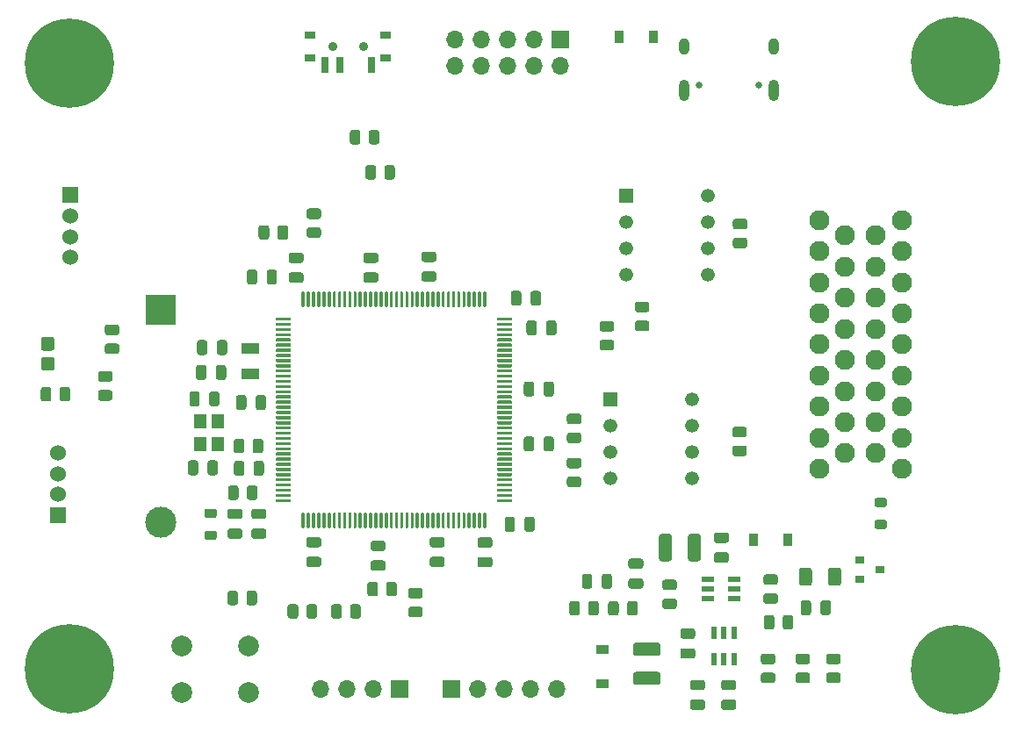
<source format=gbr>
%TF.GenerationSoftware,KiCad,Pcbnew,(5.1.12)-1*%
%TF.CreationDate,2022-03-21T20:12:08+01:00*%
%TF.ProjectId,TelemetryPrimePCB,54656c65-6d65-4747-9279-5072696d6550,rev?*%
%TF.SameCoordinates,Original*%
%TF.FileFunction,Soldermask,Top*%
%TF.FilePolarity,Negative*%
%FSLAX46Y46*%
G04 Gerber Fmt 4.6, Leading zero omitted, Abs format (unit mm)*
G04 Created by KiCad (PCBNEW (5.1.12)-1) date 2022-03-21 20:12:08*
%MOMM*%
%LPD*%
G01*
G04 APERTURE LIST*
%ADD10O,1.700000X1.700000*%
%ADD11R,1.700000X1.700000*%
%ADD12O,1.000000X1.600000*%
%ADD13C,0.650000*%
%ADD14O,1.000000X2.100000*%
%ADD15C,3.000000*%
%ADD16R,3.000000X3.000000*%
%ADD17R,1.338000X1.338000*%
%ADD18C,1.338000*%
%ADD19R,1.800000X1.000000*%
%ADD20R,0.600000X1.200000*%
%ADD21R,0.900000X1.200000*%
%ADD22R,1.200000X0.900000*%
%ADD23R,1.200000X1.400000*%
%ADD24R,1.200000X0.600000*%
%ADD25C,0.900000*%
%ADD26R,0.700000X1.500000*%
%ADD27R,1.000000X0.800000*%
%ADD28C,2.000000*%
%ADD29R,0.900000X0.800000*%
%ADD30C,1.524000*%
%ADD31R,1.524000X1.524000*%
%ADD32C,8.600000*%
%ADD33C,1.950000*%
G04 APERTURE END LIST*
D10*
%TO.C,J8*%
X154160000Y-119600000D03*
X151620000Y-119600000D03*
X149080000Y-119600000D03*
X146540000Y-119600000D03*
D11*
X144000000Y-119600000D03*
%TD*%
D12*
%TO.C,J7*%
X175020000Y-57700000D03*
D13*
X173590000Y-61350000D03*
D12*
X166380000Y-57700000D03*
D13*
X167810000Y-61350000D03*
D14*
X166380000Y-61880000D03*
X175020000Y-61880000D03*
%TD*%
D15*
%TO.C,BT1*%
X115950000Y-103590000D03*
D16*
X115950000Y-83100000D03*
%TD*%
D17*
%TO.C,U4*%
X160813000Y-72090000D03*
D18*
X160813000Y-74630000D03*
X160813000Y-77170000D03*
X160813000Y-79710000D03*
X168687000Y-79710000D03*
X168687000Y-77170000D03*
X168687000Y-74630000D03*
X168687000Y-72090000D03*
%TD*%
D19*
%TO.C,Y2*%
X124600000Y-86750000D03*
X124600000Y-89250000D03*
%TD*%
D20*
%TO.C,U3*%
X169300000Y-116750000D03*
X170250000Y-116750000D03*
X171200000Y-116750000D03*
X171200000Y-114250000D03*
X170250000Y-114250000D03*
X169300000Y-114250000D03*
%TD*%
%TO.C,R34*%
G36*
G01*
X106200000Y-91650001D02*
X106200000Y-90749999D01*
G75*
G02*
X106449999Y-90500000I249999J0D01*
G01*
X106975001Y-90500000D01*
G75*
G02*
X107225000Y-90749999I0J-249999D01*
G01*
X107225000Y-91650001D01*
G75*
G02*
X106975001Y-91900000I-249999J0D01*
G01*
X106449999Y-91900000D01*
G75*
G02*
X106200000Y-91650001I0J249999D01*
G01*
G37*
G36*
G01*
X104375000Y-91650001D02*
X104375000Y-90749999D01*
G75*
G02*
X104624999Y-90500000I249999J0D01*
G01*
X105150001Y-90500000D01*
G75*
G02*
X105400000Y-90749999I0J-249999D01*
G01*
X105400000Y-91650001D01*
G75*
G02*
X105150001Y-91900000I-249999J0D01*
G01*
X104624999Y-91900000D01*
G75*
G02*
X104375000Y-91650001I0J249999D01*
G01*
G37*
%TD*%
%TO.C,R33*%
G36*
G01*
X174075000Y-113650001D02*
X174075000Y-112749999D01*
G75*
G02*
X174324999Y-112500000I249999J0D01*
G01*
X174850001Y-112500000D01*
G75*
G02*
X175100000Y-112749999I0J-249999D01*
G01*
X175100000Y-113650001D01*
G75*
G02*
X174850001Y-113900000I-249999J0D01*
G01*
X174324999Y-113900000D01*
G75*
G02*
X174075000Y-113650001I0J249999D01*
G01*
G37*
G36*
G01*
X175900000Y-113650001D02*
X175900000Y-112749999D01*
G75*
G02*
X176149999Y-112500000I249999J0D01*
G01*
X176675001Y-112500000D01*
G75*
G02*
X176925000Y-112749999I0J-249999D01*
G01*
X176925000Y-113650001D01*
G75*
G02*
X176675001Y-113900000I-249999J0D01*
G01*
X176149999Y-113900000D01*
G75*
G02*
X175900000Y-113650001I0J249999D01*
G01*
G37*
%TD*%
%TO.C,R32*%
G36*
G01*
X181250001Y-117250000D02*
X180349999Y-117250000D01*
G75*
G02*
X180100000Y-117000001I0J249999D01*
G01*
X180100000Y-116474999D01*
G75*
G02*
X180349999Y-116225000I249999J0D01*
G01*
X181250001Y-116225000D01*
G75*
G02*
X181500000Y-116474999I0J-249999D01*
G01*
X181500000Y-117000001D01*
G75*
G02*
X181250001Y-117250000I-249999J0D01*
G01*
G37*
G36*
G01*
X181250001Y-119075000D02*
X180349999Y-119075000D01*
G75*
G02*
X180100000Y-118825001I0J249999D01*
G01*
X180100000Y-118299999D01*
G75*
G02*
X180349999Y-118050000I249999J0D01*
G01*
X181250001Y-118050000D01*
G75*
G02*
X181500000Y-118299999I0J-249999D01*
G01*
X181500000Y-118825001D01*
G75*
G02*
X181250001Y-119075000I-249999J0D01*
G01*
G37*
%TD*%
%TO.C,R31*%
G36*
G01*
X177399999Y-116225000D02*
X178300001Y-116225000D01*
G75*
G02*
X178550000Y-116474999I0J-249999D01*
G01*
X178550000Y-117000001D01*
G75*
G02*
X178300001Y-117250000I-249999J0D01*
G01*
X177399999Y-117250000D01*
G75*
G02*
X177150000Y-117000001I0J249999D01*
G01*
X177150000Y-116474999D01*
G75*
G02*
X177399999Y-116225000I249999J0D01*
G01*
G37*
G36*
G01*
X177399999Y-118050000D02*
X178300001Y-118050000D01*
G75*
G02*
X178550000Y-118299999I0J-249999D01*
G01*
X178550000Y-118825001D01*
G75*
G02*
X178300001Y-119075000I-249999J0D01*
G01*
X177399999Y-119075000D01*
G75*
G02*
X177150000Y-118825001I0J249999D01*
G01*
X177150000Y-118299999D01*
G75*
G02*
X177399999Y-118050000I249999J0D01*
G01*
G37*
%TD*%
%TO.C,R30*%
G36*
G01*
X174950001Y-117250000D02*
X174049999Y-117250000D01*
G75*
G02*
X173800000Y-117000001I0J249999D01*
G01*
X173800000Y-116474999D01*
G75*
G02*
X174049999Y-116225000I249999J0D01*
G01*
X174950001Y-116225000D01*
G75*
G02*
X175200000Y-116474999I0J-249999D01*
G01*
X175200000Y-117000001D01*
G75*
G02*
X174950001Y-117250000I-249999J0D01*
G01*
G37*
G36*
G01*
X174950001Y-119075000D02*
X174049999Y-119075000D01*
G75*
G02*
X173800000Y-118825001I0J249999D01*
G01*
X173800000Y-118299999D01*
G75*
G02*
X174049999Y-118050000I249999J0D01*
G01*
X174950001Y-118050000D01*
G75*
G02*
X175200000Y-118299999I0J-249999D01*
G01*
X175200000Y-118825001D01*
G75*
G02*
X174950001Y-119075000I-249999J0D01*
G01*
G37*
%TD*%
%TO.C,L2*%
G36*
G01*
X161725000Y-115175000D02*
X163875000Y-115175000D01*
G75*
G02*
X164125000Y-115425000I0J-250000D01*
G01*
X164125000Y-116175000D01*
G75*
G02*
X163875000Y-116425000I-250000J0D01*
G01*
X161725000Y-116425000D01*
G75*
G02*
X161475000Y-116175000I0J250000D01*
G01*
X161475000Y-115425000D01*
G75*
G02*
X161725000Y-115175000I250000J0D01*
G01*
G37*
G36*
G01*
X161725000Y-117975000D02*
X163875000Y-117975000D01*
G75*
G02*
X164125000Y-118225000I0J-250000D01*
G01*
X164125000Y-118975000D01*
G75*
G02*
X163875000Y-119225000I-250000J0D01*
G01*
X161725000Y-119225000D01*
G75*
G02*
X161475000Y-118975000I0J250000D01*
G01*
X161475000Y-118225000D01*
G75*
G02*
X161725000Y-117975000I250000J0D01*
G01*
G37*
%TD*%
D11*
%TO.C,J5*%
X139000000Y-119600000D03*
D10*
X136460000Y-119600000D03*
X133920000Y-119600000D03*
X131380000Y-119600000D03*
%TD*%
D11*
%TO.C,J2*%
X154500000Y-57000000D03*
D10*
X154500000Y-59540000D03*
X151960000Y-57000000D03*
X151960000Y-59540000D03*
X149420000Y-57000000D03*
X149420000Y-59540000D03*
X146880000Y-57000000D03*
X146880000Y-59540000D03*
X144340000Y-57000000D03*
X144340000Y-59540000D03*
%TD*%
%TO.C,D4*%
G36*
G01*
X105450000Y-88925000D02*
X104650000Y-88925000D01*
G75*
G02*
X104400000Y-88675000I0J250000D01*
G01*
X104400000Y-87850000D01*
G75*
G02*
X104650000Y-87600000I250000J0D01*
G01*
X105450000Y-87600000D01*
G75*
G02*
X105700000Y-87850000I0J-250000D01*
G01*
X105700000Y-88675000D01*
G75*
G02*
X105450000Y-88925000I-250000J0D01*
G01*
G37*
G36*
G01*
X105450000Y-87000000D02*
X104650000Y-87000000D01*
G75*
G02*
X104400000Y-86750000I0J250000D01*
G01*
X104400000Y-85925000D01*
G75*
G02*
X104650000Y-85675000I250000J0D01*
G01*
X105450000Y-85675000D01*
G75*
G02*
X105700000Y-85925000I0J-250000D01*
G01*
X105700000Y-86750000D01*
G75*
G02*
X105450000Y-87000000I-250000J0D01*
G01*
G37*
%TD*%
D21*
%TO.C,D3*%
X163400000Y-56750000D03*
X160100000Y-56750000D03*
%TD*%
D22*
%TO.C,D2*%
X158500000Y-119100000D03*
X158500000Y-115800000D03*
%TD*%
%TO.C,C30*%
G36*
G01*
X171175000Y-119750000D02*
X170225000Y-119750000D01*
G75*
G02*
X169975000Y-119500000I0J250000D01*
G01*
X169975000Y-119000000D01*
G75*
G02*
X170225000Y-118750000I250000J0D01*
G01*
X171175000Y-118750000D01*
G75*
G02*
X171425000Y-119000000I0J-250000D01*
G01*
X171425000Y-119500000D01*
G75*
G02*
X171175000Y-119750000I-250000J0D01*
G01*
G37*
G36*
G01*
X171175000Y-121650000D02*
X170225000Y-121650000D01*
G75*
G02*
X169975000Y-121400000I0J250000D01*
G01*
X169975000Y-120900000D01*
G75*
G02*
X170225000Y-120650000I250000J0D01*
G01*
X171175000Y-120650000D01*
G75*
G02*
X171425000Y-120900000I0J-250000D01*
G01*
X171425000Y-121400000D01*
G75*
G02*
X171175000Y-121650000I-250000J0D01*
G01*
G37*
%TD*%
%TO.C,C29*%
G36*
G01*
X168175000Y-121650000D02*
X167225000Y-121650000D01*
G75*
G02*
X166975000Y-121400000I0J250000D01*
G01*
X166975000Y-120900000D01*
G75*
G02*
X167225000Y-120650000I250000J0D01*
G01*
X168175000Y-120650000D01*
G75*
G02*
X168425000Y-120900000I0J-250000D01*
G01*
X168425000Y-121400000D01*
G75*
G02*
X168175000Y-121650000I-250000J0D01*
G01*
G37*
G36*
G01*
X168175000Y-119750000D02*
X167225000Y-119750000D01*
G75*
G02*
X166975000Y-119500000I0J250000D01*
G01*
X166975000Y-119000000D01*
G75*
G02*
X167225000Y-118750000I250000J0D01*
G01*
X168175000Y-118750000D01*
G75*
G02*
X168425000Y-119000000I0J-250000D01*
G01*
X168425000Y-119500000D01*
G75*
G02*
X168175000Y-119750000I-250000J0D01*
G01*
G37*
%TD*%
%TO.C,C28*%
G36*
G01*
X166275000Y-115700000D02*
X167225000Y-115700000D01*
G75*
G02*
X167475000Y-115950000I0J-250000D01*
G01*
X167475000Y-116450000D01*
G75*
G02*
X167225000Y-116700000I-250000J0D01*
G01*
X166275000Y-116700000D01*
G75*
G02*
X166025000Y-116450000I0J250000D01*
G01*
X166025000Y-115950000D01*
G75*
G02*
X166275000Y-115700000I250000J0D01*
G01*
G37*
G36*
G01*
X166275000Y-113800000D02*
X167225000Y-113800000D01*
G75*
G02*
X167475000Y-114050000I0J-250000D01*
G01*
X167475000Y-114550000D01*
G75*
G02*
X167225000Y-114800000I-250000J0D01*
G01*
X166275000Y-114800000D01*
G75*
G02*
X166025000Y-114550000I0J250000D01*
G01*
X166025000Y-114050000D01*
G75*
G02*
X166275000Y-113800000I250000J0D01*
G01*
G37*
%TD*%
%TO.C,C27*%
G36*
G01*
X122250000Y-88625000D02*
X122250000Y-89575000D01*
G75*
G02*
X122000000Y-89825000I-250000J0D01*
G01*
X121500000Y-89825000D01*
G75*
G02*
X121250000Y-89575000I0J250000D01*
G01*
X121250000Y-88625000D01*
G75*
G02*
X121500000Y-88375000I250000J0D01*
G01*
X122000000Y-88375000D01*
G75*
G02*
X122250000Y-88625000I0J-250000D01*
G01*
G37*
G36*
G01*
X120350000Y-88625000D02*
X120350000Y-89575000D01*
G75*
G02*
X120100000Y-89825000I-250000J0D01*
G01*
X119600000Y-89825000D01*
G75*
G02*
X119350000Y-89575000I0J250000D01*
G01*
X119350000Y-88625000D01*
G75*
G02*
X119600000Y-88375000I250000J0D01*
G01*
X120100000Y-88375000D01*
G75*
G02*
X120350000Y-88625000I0J-250000D01*
G01*
G37*
%TD*%
%TO.C,C26*%
G36*
G01*
X120450000Y-86225000D02*
X120450000Y-87175000D01*
G75*
G02*
X120200000Y-87425000I-250000J0D01*
G01*
X119700000Y-87425000D01*
G75*
G02*
X119450000Y-87175000I0J250000D01*
G01*
X119450000Y-86225000D01*
G75*
G02*
X119700000Y-85975000I250000J0D01*
G01*
X120200000Y-85975000D01*
G75*
G02*
X120450000Y-86225000I0J-250000D01*
G01*
G37*
G36*
G01*
X122350000Y-86225000D02*
X122350000Y-87175000D01*
G75*
G02*
X122100000Y-87425000I-250000J0D01*
G01*
X121600000Y-87425000D01*
G75*
G02*
X121350000Y-87175000I0J250000D01*
G01*
X121350000Y-86225000D01*
G75*
G02*
X121600000Y-85975000I250000J0D01*
G01*
X122100000Y-85975000D01*
G75*
G02*
X122350000Y-86225000I0J-250000D01*
G01*
G37*
%TD*%
%TO.C,R28*%
G36*
G01*
X122425000Y-101150001D02*
X122425000Y-100249999D01*
G75*
G02*
X122674999Y-100000000I249999J0D01*
G01*
X123200001Y-100000000D01*
G75*
G02*
X123450000Y-100249999I0J-249999D01*
G01*
X123450000Y-101150001D01*
G75*
G02*
X123200001Y-101400000I-249999J0D01*
G01*
X122674999Y-101400000D01*
G75*
G02*
X122425000Y-101150001I0J249999D01*
G01*
G37*
G36*
G01*
X124250000Y-101150001D02*
X124250000Y-100249999D01*
G75*
G02*
X124499999Y-100000000I249999J0D01*
G01*
X125025001Y-100000000D01*
G75*
G02*
X125275000Y-100249999I0J-249999D01*
G01*
X125275000Y-101150001D01*
G75*
G02*
X125025001Y-101400000I-249999J0D01*
G01*
X124499999Y-101400000D01*
G75*
G02*
X124250000Y-101150001I0J249999D01*
G01*
G37*
%TD*%
%TO.C,R22*%
G36*
G01*
X110799999Y-86300000D02*
X111700001Y-86300000D01*
G75*
G02*
X111950000Y-86549999I0J-249999D01*
G01*
X111950000Y-87075001D01*
G75*
G02*
X111700001Y-87325000I-249999J0D01*
G01*
X110799999Y-87325000D01*
G75*
G02*
X110550000Y-87075001I0J249999D01*
G01*
X110550000Y-86549999D01*
G75*
G02*
X110799999Y-86300000I249999J0D01*
G01*
G37*
G36*
G01*
X110799999Y-84475000D02*
X111700001Y-84475000D01*
G75*
G02*
X111950000Y-84724999I0J-249999D01*
G01*
X111950000Y-85250001D01*
G75*
G02*
X111700001Y-85500000I-249999J0D01*
G01*
X110799999Y-85500000D01*
G75*
G02*
X110550000Y-85250001I0J249999D01*
G01*
X110550000Y-84724999D01*
G75*
G02*
X110799999Y-84475000I249999J0D01*
G01*
G37*
%TD*%
%TO.C,R21*%
G36*
G01*
X110149999Y-88975000D02*
X111050001Y-88975000D01*
G75*
G02*
X111300000Y-89224999I0J-249999D01*
G01*
X111300000Y-89750001D01*
G75*
G02*
X111050001Y-90000000I-249999J0D01*
G01*
X110149999Y-90000000D01*
G75*
G02*
X109900000Y-89750001I0J249999D01*
G01*
X109900000Y-89224999D01*
G75*
G02*
X110149999Y-88975000I249999J0D01*
G01*
G37*
G36*
G01*
X110149999Y-90800000D02*
X111050001Y-90800000D01*
G75*
G02*
X111300000Y-91049999I0J-249999D01*
G01*
X111300000Y-91575001D01*
G75*
G02*
X111050001Y-91825000I-249999J0D01*
G01*
X110149999Y-91825000D01*
G75*
G02*
X109900000Y-91575001I0J249999D01*
G01*
X109900000Y-91049999D01*
G75*
G02*
X110149999Y-90800000I249999J0D01*
G01*
G37*
%TD*%
%TO.C,R19*%
G36*
G01*
X161899999Y-82275000D02*
X162800001Y-82275000D01*
G75*
G02*
X163050000Y-82524999I0J-249999D01*
G01*
X163050000Y-83050001D01*
G75*
G02*
X162800001Y-83300000I-249999J0D01*
G01*
X161899999Y-83300000D01*
G75*
G02*
X161650000Y-83050001I0J249999D01*
G01*
X161650000Y-82524999D01*
G75*
G02*
X161899999Y-82275000I249999J0D01*
G01*
G37*
G36*
G01*
X161899999Y-84100000D02*
X162800001Y-84100000D01*
G75*
G02*
X163050000Y-84349999I0J-249999D01*
G01*
X163050000Y-84875001D01*
G75*
G02*
X162800001Y-85125000I-249999J0D01*
G01*
X161899999Y-85125000D01*
G75*
G02*
X161650000Y-84875001I0J249999D01*
G01*
X161650000Y-84349999D01*
G75*
G02*
X161899999Y-84100000I249999J0D01*
G01*
G37*
%TD*%
%TO.C,R18*%
G36*
G01*
X140950001Y-110900000D02*
X140049999Y-110900000D01*
G75*
G02*
X139800000Y-110650001I0J249999D01*
G01*
X139800000Y-110124999D01*
G75*
G02*
X140049999Y-109875000I249999J0D01*
G01*
X140950001Y-109875000D01*
G75*
G02*
X141200000Y-110124999I0J-249999D01*
G01*
X141200000Y-110650001D01*
G75*
G02*
X140950001Y-110900000I-249999J0D01*
G01*
G37*
G36*
G01*
X140950001Y-112725000D02*
X140049999Y-112725000D01*
G75*
G02*
X139800000Y-112475001I0J249999D01*
G01*
X139800000Y-111949999D01*
G75*
G02*
X140049999Y-111700000I249999J0D01*
G01*
X140950001Y-111700000D01*
G75*
G02*
X141200000Y-111949999I0J-249999D01*
G01*
X141200000Y-112475001D01*
G75*
G02*
X140950001Y-112725000I-249999J0D01*
G01*
G37*
%TD*%
%TO.C,R17*%
G36*
G01*
X138712500Y-109549999D02*
X138712500Y-110450001D01*
G75*
G02*
X138462501Y-110700000I-249999J0D01*
G01*
X137937499Y-110700000D01*
G75*
G02*
X137687500Y-110450001I0J249999D01*
G01*
X137687500Y-109549999D01*
G75*
G02*
X137937499Y-109300000I249999J0D01*
G01*
X138462501Y-109300000D01*
G75*
G02*
X138712500Y-109549999I0J-249999D01*
G01*
G37*
G36*
G01*
X136887500Y-109549999D02*
X136887500Y-110450001D01*
G75*
G02*
X136637501Y-110700000I-249999J0D01*
G01*
X136112499Y-110700000D01*
G75*
G02*
X135862500Y-110450001I0J249999D01*
G01*
X135862500Y-109549999D01*
G75*
G02*
X136112499Y-109300000I249999J0D01*
G01*
X136637501Y-109300000D01*
G75*
G02*
X136887500Y-109549999I0J-249999D01*
G01*
G37*
%TD*%
%TO.C,R16*%
G36*
G01*
X136000000Y-66850001D02*
X136000000Y-65949999D01*
G75*
G02*
X136249999Y-65700000I249999J0D01*
G01*
X136775001Y-65700000D01*
G75*
G02*
X137025000Y-65949999I0J-249999D01*
G01*
X137025000Y-66850001D01*
G75*
G02*
X136775001Y-67100000I-249999J0D01*
G01*
X136249999Y-67100000D01*
G75*
G02*
X136000000Y-66850001I0J249999D01*
G01*
G37*
G36*
G01*
X134175000Y-66850001D02*
X134175000Y-65949999D01*
G75*
G02*
X134424999Y-65700000I249999J0D01*
G01*
X134950001Y-65700000D01*
G75*
G02*
X135200000Y-65949999I0J-249999D01*
G01*
X135200000Y-66850001D01*
G75*
G02*
X134950001Y-67100000I-249999J0D01*
G01*
X134424999Y-67100000D01*
G75*
G02*
X134175000Y-66850001I0J249999D01*
G01*
G37*
%TD*%
%TO.C,R15*%
G36*
G01*
X138525000Y-69349999D02*
X138525000Y-70250001D01*
G75*
G02*
X138275001Y-70500000I-249999J0D01*
G01*
X137749999Y-70500000D01*
G75*
G02*
X137500000Y-70250001I0J249999D01*
G01*
X137500000Y-69349999D01*
G75*
G02*
X137749999Y-69100000I249999J0D01*
G01*
X138275001Y-69100000D01*
G75*
G02*
X138525000Y-69349999I0J-249999D01*
G01*
G37*
G36*
G01*
X136700000Y-69349999D02*
X136700000Y-70250001D01*
G75*
G02*
X136450001Y-70500000I-249999J0D01*
G01*
X135924999Y-70500000D01*
G75*
G02*
X135675000Y-70250001I0J249999D01*
G01*
X135675000Y-69349999D01*
G75*
G02*
X135924999Y-69100000I249999J0D01*
G01*
X136450001Y-69100000D01*
G75*
G02*
X136700000Y-69349999I0J-249999D01*
G01*
G37*
%TD*%
%TO.C,R14*%
G36*
G01*
X156350000Y-111399999D02*
X156350000Y-112300001D01*
G75*
G02*
X156100001Y-112550000I-249999J0D01*
G01*
X155574999Y-112550000D01*
G75*
G02*
X155325000Y-112300001I0J249999D01*
G01*
X155325000Y-111399999D01*
G75*
G02*
X155574999Y-111150000I249999J0D01*
G01*
X156100001Y-111150000D01*
G75*
G02*
X156350000Y-111399999I0J-249999D01*
G01*
G37*
G36*
G01*
X158175000Y-111399999D02*
X158175000Y-112300001D01*
G75*
G02*
X157925001Y-112550000I-249999J0D01*
G01*
X157399999Y-112550000D01*
G75*
G02*
X157150000Y-112300001I0J249999D01*
G01*
X157150000Y-111399999D01*
G75*
G02*
X157399999Y-111150000I249999J0D01*
G01*
X157925001Y-111150000D01*
G75*
G02*
X158175000Y-111399999I0J-249999D01*
G01*
G37*
%TD*%
%TO.C,R13*%
G36*
G01*
X161925000Y-111399999D02*
X161925000Y-112300001D01*
G75*
G02*
X161675001Y-112550000I-249999J0D01*
G01*
X161149999Y-112550000D01*
G75*
G02*
X160900000Y-112300001I0J249999D01*
G01*
X160900000Y-111399999D01*
G75*
G02*
X161149999Y-111150000I249999J0D01*
G01*
X161675001Y-111150000D01*
G75*
G02*
X161925000Y-111399999I0J-249999D01*
G01*
G37*
G36*
G01*
X160100000Y-111399999D02*
X160100000Y-112300001D01*
G75*
G02*
X159850001Y-112550000I-249999J0D01*
G01*
X159324999Y-112550000D01*
G75*
G02*
X159075000Y-112300001I0J249999D01*
G01*
X159075000Y-111399999D01*
G75*
G02*
X159324999Y-111150000I249999J0D01*
G01*
X159850001Y-111150000D01*
G75*
G02*
X160100000Y-111399999I0J-249999D01*
G01*
G37*
%TD*%
%TO.C,R12*%
G36*
G01*
X164549999Y-110900000D02*
X165450001Y-110900000D01*
G75*
G02*
X165700000Y-111149999I0J-249999D01*
G01*
X165700000Y-111675001D01*
G75*
G02*
X165450001Y-111925000I-249999J0D01*
G01*
X164549999Y-111925000D01*
G75*
G02*
X164300000Y-111675001I0J249999D01*
G01*
X164300000Y-111149999D01*
G75*
G02*
X164549999Y-110900000I249999J0D01*
G01*
G37*
G36*
G01*
X164549999Y-109075000D02*
X165450001Y-109075000D01*
G75*
G02*
X165700000Y-109324999I0J-249999D01*
G01*
X165700000Y-109850001D01*
G75*
G02*
X165450001Y-110100000I-249999J0D01*
G01*
X164549999Y-110100000D01*
G75*
G02*
X164300000Y-109850001I0J249999D01*
G01*
X164300000Y-109324999D01*
G75*
G02*
X164549999Y-109075000I249999J0D01*
G01*
G37*
%TD*%
%TO.C,R11*%
G36*
G01*
X174299999Y-108575000D02*
X175200001Y-108575000D01*
G75*
G02*
X175450000Y-108824999I0J-249999D01*
G01*
X175450000Y-109350001D01*
G75*
G02*
X175200001Y-109600000I-249999J0D01*
G01*
X174299999Y-109600000D01*
G75*
G02*
X174050000Y-109350001I0J249999D01*
G01*
X174050000Y-108824999D01*
G75*
G02*
X174299999Y-108575000I249999J0D01*
G01*
G37*
G36*
G01*
X174299999Y-110400000D02*
X175200001Y-110400000D01*
G75*
G02*
X175450000Y-110649999I0J-249999D01*
G01*
X175450000Y-111175001D01*
G75*
G02*
X175200001Y-111425000I-249999J0D01*
G01*
X174299999Y-111425000D01*
G75*
G02*
X174050000Y-111175001I0J249999D01*
G01*
X174050000Y-110649999D01*
G75*
G02*
X174299999Y-110400000I249999J0D01*
G01*
G37*
%TD*%
%TO.C,R10*%
G36*
G01*
X171299999Y-94325000D02*
X172200001Y-94325000D01*
G75*
G02*
X172450000Y-94574999I0J-249999D01*
G01*
X172450000Y-95100001D01*
G75*
G02*
X172200001Y-95350000I-249999J0D01*
G01*
X171299999Y-95350000D01*
G75*
G02*
X171050000Y-95100001I0J249999D01*
G01*
X171050000Y-94574999D01*
G75*
G02*
X171299999Y-94325000I249999J0D01*
G01*
G37*
G36*
G01*
X171299999Y-96150000D02*
X172200001Y-96150000D01*
G75*
G02*
X172450000Y-96399999I0J-249999D01*
G01*
X172450000Y-96925001D01*
G75*
G02*
X172200001Y-97175000I-249999J0D01*
G01*
X171299999Y-97175000D01*
G75*
G02*
X171050000Y-96925001I0J249999D01*
G01*
X171050000Y-96399999D01*
G75*
G02*
X171299999Y-96150000I249999J0D01*
G01*
G37*
%TD*%
%TO.C,R9*%
G36*
G01*
X171349999Y-74275000D02*
X172250001Y-74275000D01*
G75*
G02*
X172500000Y-74524999I0J-249999D01*
G01*
X172500000Y-75050001D01*
G75*
G02*
X172250001Y-75300000I-249999J0D01*
G01*
X171349999Y-75300000D01*
G75*
G02*
X171100000Y-75050001I0J249999D01*
G01*
X171100000Y-74524999D01*
G75*
G02*
X171349999Y-74275000I249999J0D01*
G01*
G37*
G36*
G01*
X171349999Y-76100000D02*
X172250001Y-76100000D01*
G75*
G02*
X172500000Y-76349999I0J-249999D01*
G01*
X172500000Y-76875001D01*
G75*
G02*
X172250001Y-77125000I-249999J0D01*
G01*
X171349999Y-77125000D01*
G75*
G02*
X171100000Y-76875001I0J249999D01*
G01*
X171100000Y-76349999D01*
G75*
G02*
X171349999Y-76100000I249999J0D01*
G01*
G37*
%TD*%
%TO.C,R8*%
G36*
G01*
X155349999Y-99150000D02*
X156250001Y-99150000D01*
G75*
G02*
X156500000Y-99399999I0J-249999D01*
G01*
X156500000Y-99925001D01*
G75*
G02*
X156250001Y-100175000I-249999J0D01*
G01*
X155349999Y-100175000D01*
G75*
G02*
X155100000Y-99925001I0J249999D01*
G01*
X155100000Y-99399999D01*
G75*
G02*
X155349999Y-99150000I249999J0D01*
G01*
G37*
G36*
G01*
X155349999Y-97325000D02*
X156250001Y-97325000D01*
G75*
G02*
X156500000Y-97574999I0J-249999D01*
G01*
X156500000Y-98100001D01*
G75*
G02*
X156250001Y-98350000I-249999J0D01*
G01*
X155349999Y-98350000D01*
G75*
G02*
X155100000Y-98100001I0J249999D01*
G01*
X155100000Y-97574999D01*
G75*
G02*
X155349999Y-97325000I249999J0D01*
G01*
G37*
%TD*%
%TO.C,R7*%
G36*
G01*
X156250001Y-95925000D02*
X155349999Y-95925000D01*
G75*
G02*
X155100000Y-95675001I0J249999D01*
G01*
X155100000Y-95149999D01*
G75*
G02*
X155349999Y-94900000I249999J0D01*
G01*
X156250001Y-94900000D01*
G75*
G02*
X156500000Y-95149999I0J-249999D01*
G01*
X156500000Y-95675001D01*
G75*
G02*
X156250001Y-95925000I-249999J0D01*
G01*
G37*
G36*
G01*
X156250001Y-94100000D02*
X155349999Y-94100000D01*
G75*
G02*
X155100000Y-93850001I0J249999D01*
G01*
X155100000Y-93324999D01*
G75*
G02*
X155349999Y-93075000I249999J0D01*
G01*
X156250001Y-93075000D01*
G75*
G02*
X156500000Y-93324999I0J-249999D01*
G01*
X156500000Y-93850001D01*
G75*
G02*
X156250001Y-94100000I-249999J0D01*
G01*
G37*
%TD*%
%TO.C,R6*%
G36*
G01*
X131025000Y-111699999D02*
X131025000Y-112600001D01*
G75*
G02*
X130775001Y-112850000I-249999J0D01*
G01*
X130249999Y-112850000D01*
G75*
G02*
X130000000Y-112600001I0J249999D01*
G01*
X130000000Y-111699999D01*
G75*
G02*
X130249999Y-111450000I249999J0D01*
G01*
X130775001Y-111450000D01*
G75*
G02*
X131025000Y-111699999I0J-249999D01*
G01*
G37*
G36*
G01*
X129200000Y-111699999D02*
X129200000Y-112600001D01*
G75*
G02*
X128950001Y-112850000I-249999J0D01*
G01*
X128424999Y-112850000D01*
G75*
G02*
X128175000Y-112600001I0J249999D01*
G01*
X128175000Y-111699999D01*
G75*
G02*
X128424999Y-111450000I249999J0D01*
G01*
X128950001Y-111450000D01*
G75*
G02*
X129200000Y-111699999I0J-249999D01*
G01*
G37*
%TD*%
%TO.C,R5*%
G36*
G01*
X135225000Y-111699999D02*
X135225000Y-112600001D01*
G75*
G02*
X134975001Y-112850000I-249999J0D01*
G01*
X134449999Y-112850000D01*
G75*
G02*
X134200000Y-112600001I0J249999D01*
G01*
X134200000Y-111699999D01*
G75*
G02*
X134449999Y-111450000I249999J0D01*
G01*
X134975001Y-111450000D01*
G75*
G02*
X135225000Y-111699999I0J-249999D01*
G01*
G37*
G36*
G01*
X133400000Y-111699999D02*
X133400000Y-112600001D01*
G75*
G02*
X133150001Y-112850000I-249999J0D01*
G01*
X132624999Y-112850000D01*
G75*
G02*
X132375000Y-112600001I0J249999D01*
G01*
X132375000Y-111699999D01*
G75*
G02*
X132624999Y-111450000I249999J0D01*
G01*
X133150001Y-111450000D01*
G75*
G02*
X133400000Y-111699999I0J-249999D01*
G01*
G37*
%TD*%
%TO.C,R4*%
G36*
G01*
X125825000Y-95749999D02*
X125825000Y-96650001D01*
G75*
G02*
X125575001Y-96900000I-249999J0D01*
G01*
X125049999Y-96900000D01*
G75*
G02*
X124800000Y-96650001I0J249999D01*
G01*
X124800000Y-95749999D01*
G75*
G02*
X125049999Y-95500000I249999J0D01*
G01*
X125575001Y-95500000D01*
G75*
G02*
X125825000Y-95749999I0J-249999D01*
G01*
G37*
G36*
G01*
X124000000Y-95749999D02*
X124000000Y-96650001D01*
G75*
G02*
X123750001Y-96900000I-249999J0D01*
G01*
X123224999Y-96900000D01*
G75*
G02*
X122975000Y-96650001I0J249999D01*
G01*
X122975000Y-95749999D01*
G75*
G02*
X123224999Y-95500000I249999J0D01*
G01*
X123750001Y-95500000D01*
G75*
G02*
X124000000Y-95749999I0J-249999D01*
G01*
G37*
%TD*%
%TO.C,R3*%
G36*
G01*
X130249999Y-75100000D02*
X131150001Y-75100000D01*
G75*
G02*
X131400000Y-75349999I0J-249999D01*
G01*
X131400000Y-75875001D01*
G75*
G02*
X131150001Y-76125000I-249999J0D01*
G01*
X130249999Y-76125000D01*
G75*
G02*
X130000000Y-75875001I0J249999D01*
G01*
X130000000Y-75349999D01*
G75*
G02*
X130249999Y-75100000I249999J0D01*
G01*
G37*
G36*
G01*
X130249999Y-73275000D02*
X131150001Y-73275000D01*
G75*
G02*
X131400000Y-73524999I0J-249999D01*
G01*
X131400000Y-74050001D01*
G75*
G02*
X131150001Y-74300000I-249999J0D01*
G01*
X130249999Y-74300000D01*
G75*
G02*
X130000000Y-74050001I0J249999D01*
G01*
X130000000Y-73524999D01*
G75*
G02*
X130249999Y-73275000I249999J0D01*
G01*
G37*
%TD*%
%TO.C,R2*%
G36*
G01*
X125375000Y-76050001D02*
X125375000Y-75149999D01*
G75*
G02*
X125624999Y-74900000I249999J0D01*
G01*
X126150001Y-74900000D01*
G75*
G02*
X126400000Y-75149999I0J-249999D01*
G01*
X126400000Y-76050001D01*
G75*
G02*
X126150001Y-76300000I-249999J0D01*
G01*
X125624999Y-76300000D01*
G75*
G02*
X125375000Y-76050001I0J249999D01*
G01*
G37*
G36*
G01*
X127200000Y-76050001D02*
X127200000Y-75149999D01*
G75*
G02*
X127449999Y-74900000I249999J0D01*
G01*
X127975001Y-74900000D01*
G75*
G02*
X128225000Y-75149999I0J-249999D01*
G01*
X128225000Y-76050001D01*
G75*
G02*
X127975001Y-76300000I-249999J0D01*
G01*
X127449999Y-76300000D01*
G75*
G02*
X127200000Y-76050001I0J249999D01*
G01*
G37*
%TD*%
%TO.C,R1*%
G36*
G01*
X123400000Y-110399999D02*
X123400000Y-111300001D01*
G75*
G02*
X123150001Y-111550000I-249999J0D01*
G01*
X122624999Y-111550000D01*
G75*
G02*
X122375000Y-111300001I0J249999D01*
G01*
X122375000Y-110399999D01*
G75*
G02*
X122624999Y-110150000I249999J0D01*
G01*
X123150001Y-110150000D01*
G75*
G02*
X123400000Y-110399999I0J-249999D01*
G01*
G37*
G36*
G01*
X125225000Y-110399999D02*
X125225000Y-111300001D01*
G75*
G02*
X124975001Y-111550000I-249999J0D01*
G01*
X124449999Y-111550000D01*
G75*
G02*
X124200000Y-111300001I0J249999D01*
G01*
X124200000Y-110399999D01*
G75*
G02*
X124449999Y-110150000I249999J0D01*
G01*
X124975001Y-110150000D01*
G75*
G02*
X125225000Y-110399999I0J-249999D01*
G01*
G37*
%TD*%
%TO.C,C24*%
G36*
G01*
X156550000Y-109725000D02*
X156550000Y-108775000D01*
G75*
G02*
X156800000Y-108525000I250000J0D01*
G01*
X157300000Y-108525000D01*
G75*
G02*
X157550000Y-108775000I0J-250000D01*
G01*
X157550000Y-109725000D01*
G75*
G02*
X157300000Y-109975000I-250000J0D01*
G01*
X156800000Y-109975000D01*
G75*
G02*
X156550000Y-109725000I0J250000D01*
G01*
G37*
G36*
G01*
X158450000Y-109725000D02*
X158450000Y-108775000D01*
G75*
G02*
X158700000Y-108525000I250000J0D01*
G01*
X159200000Y-108525000D01*
G75*
G02*
X159450000Y-108775000I0J-250000D01*
G01*
X159450000Y-109725000D01*
G75*
G02*
X159200000Y-109975000I-250000J0D01*
G01*
X158700000Y-109975000D01*
G75*
G02*
X158450000Y-109725000I0J250000D01*
G01*
G37*
%TD*%
%TO.C,C23*%
G36*
G01*
X169525000Y-106450000D02*
X170475000Y-106450000D01*
G75*
G02*
X170725000Y-106700000I0J-250000D01*
G01*
X170725000Y-107200000D01*
G75*
G02*
X170475000Y-107450000I-250000J0D01*
G01*
X169525000Y-107450000D01*
G75*
G02*
X169275000Y-107200000I0J250000D01*
G01*
X169275000Y-106700000D01*
G75*
G02*
X169525000Y-106450000I250000J0D01*
G01*
G37*
G36*
G01*
X169525000Y-104550000D02*
X170475000Y-104550000D01*
G75*
G02*
X170725000Y-104800000I0J-250000D01*
G01*
X170725000Y-105300000D01*
G75*
G02*
X170475000Y-105550000I-250000J0D01*
G01*
X169525000Y-105550000D01*
G75*
G02*
X169275000Y-105300000I0J250000D01*
G01*
X169275000Y-104800000D01*
G75*
G02*
X169525000Y-104550000I250000J0D01*
G01*
G37*
%TD*%
%TO.C,C22*%
G36*
G01*
X179550000Y-112275000D02*
X179550000Y-111325000D01*
G75*
G02*
X179800000Y-111075000I250000J0D01*
G01*
X180300000Y-111075000D01*
G75*
G02*
X180550000Y-111325000I0J-250000D01*
G01*
X180550000Y-112275000D01*
G75*
G02*
X180300000Y-112525000I-250000J0D01*
G01*
X179800000Y-112525000D01*
G75*
G02*
X179550000Y-112275000I0J250000D01*
G01*
G37*
G36*
G01*
X177650000Y-112275000D02*
X177650000Y-111325000D01*
G75*
G02*
X177900000Y-111075000I250000J0D01*
G01*
X178400000Y-111075000D01*
G75*
G02*
X178650000Y-111325000I0J-250000D01*
G01*
X178650000Y-112275000D01*
G75*
G02*
X178400000Y-112525000I-250000J0D01*
G01*
X177900000Y-112525000D01*
G75*
G02*
X177650000Y-112275000I0J250000D01*
G01*
G37*
%TD*%
%TO.C,C21*%
G36*
G01*
X153100000Y-85275000D02*
X153100000Y-84325000D01*
G75*
G02*
X153350000Y-84075000I250000J0D01*
G01*
X153850000Y-84075000D01*
G75*
G02*
X154100000Y-84325000I0J-250000D01*
G01*
X154100000Y-85275000D01*
G75*
G02*
X153850000Y-85525000I-250000J0D01*
G01*
X153350000Y-85525000D01*
G75*
G02*
X153100000Y-85275000I0J250000D01*
G01*
G37*
G36*
G01*
X151200000Y-85275000D02*
X151200000Y-84325000D01*
G75*
G02*
X151450000Y-84075000I250000J0D01*
G01*
X151950000Y-84075000D01*
G75*
G02*
X152200000Y-84325000I0J-250000D01*
G01*
X152200000Y-85275000D01*
G75*
G02*
X151950000Y-85525000I-250000J0D01*
G01*
X151450000Y-85525000D01*
G75*
G02*
X151200000Y-85275000I0J250000D01*
G01*
G37*
%TD*%
%TO.C,C20*%
G36*
G01*
X146725000Y-106900000D02*
X147675000Y-106900000D01*
G75*
G02*
X147925000Y-107150000I0J-250000D01*
G01*
X147925000Y-107650000D01*
G75*
G02*
X147675000Y-107900000I-250000J0D01*
G01*
X146725000Y-107900000D01*
G75*
G02*
X146475000Y-107650000I0J250000D01*
G01*
X146475000Y-107150000D01*
G75*
G02*
X146725000Y-106900000I250000J0D01*
G01*
G37*
G36*
G01*
X146725000Y-105000000D02*
X147675000Y-105000000D01*
G75*
G02*
X147925000Y-105250000I0J-250000D01*
G01*
X147925000Y-105750000D01*
G75*
G02*
X147675000Y-106000000I-250000J0D01*
G01*
X146725000Y-106000000D01*
G75*
G02*
X146475000Y-105750000I0J250000D01*
G01*
X146475000Y-105250000D01*
G75*
G02*
X146725000Y-105000000I250000J0D01*
G01*
G37*
%TD*%
%TO.C,C19*%
G36*
G01*
X119550000Y-97825000D02*
X119550000Y-98775000D01*
G75*
G02*
X119300000Y-99025000I-250000J0D01*
G01*
X118800000Y-99025000D01*
G75*
G02*
X118550000Y-98775000I0J250000D01*
G01*
X118550000Y-97825000D01*
G75*
G02*
X118800000Y-97575000I250000J0D01*
G01*
X119300000Y-97575000D01*
G75*
G02*
X119550000Y-97825000I0J-250000D01*
G01*
G37*
G36*
G01*
X121450000Y-97825000D02*
X121450000Y-98775000D01*
G75*
G02*
X121200000Y-99025000I-250000J0D01*
G01*
X120700000Y-99025000D01*
G75*
G02*
X120450000Y-98775000I0J250000D01*
G01*
X120450000Y-97825000D01*
G75*
G02*
X120700000Y-97575000I250000J0D01*
G01*
X121200000Y-97575000D01*
G75*
G02*
X121450000Y-97825000I0J-250000D01*
G01*
G37*
%TD*%
%TO.C,C18*%
G36*
G01*
X120600000Y-92125000D02*
X120600000Y-91175000D01*
G75*
G02*
X120850000Y-90925000I250000J0D01*
G01*
X121350000Y-90925000D01*
G75*
G02*
X121600000Y-91175000I0J-250000D01*
G01*
X121600000Y-92125000D01*
G75*
G02*
X121350000Y-92375000I-250000J0D01*
G01*
X120850000Y-92375000D01*
G75*
G02*
X120600000Y-92125000I0J250000D01*
G01*
G37*
G36*
G01*
X118700000Y-92125000D02*
X118700000Y-91175000D01*
G75*
G02*
X118950000Y-90925000I250000J0D01*
G01*
X119450000Y-90925000D01*
G75*
G02*
X119700000Y-91175000I0J-250000D01*
G01*
X119700000Y-92125000D01*
G75*
G02*
X119450000Y-92375000I-250000J0D01*
G01*
X118950000Y-92375000D01*
G75*
G02*
X118700000Y-92125000I0J250000D01*
G01*
G37*
%TD*%
%TO.C,C16*%
G36*
G01*
X122625000Y-102250000D02*
X123575000Y-102250000D01*
G75*
G02*
X123825000Y-102500000I0J-250000D01*
G01*
X123825000Y-103000000D01*
G75*
G02*
X123575000Y-103250000I-250000J0D01*
G01*
X122625000Y-103250000D01*
G75*
G02*
X122375000Y-103000000I0J250000D01*
G01*
X122375000Y-102500000D01*
G75*
G02*
X122625000Y-102250000I250000J0D01*
G01*
G37*
G36*
G01*
X122625000Y-104150000D02*
X123575000Y-104150000D01*
G75*
G02*
X123825000Y-104400000I0J-250000D01*
G01*
X123825000Y-104900000D01*
G75*
G02*
X123575000Y-105150000I-250000J0D01*
G01*
X122625000Y-105150000D01*
G75*
G02*
X122375000Y-104900000I0J250000D01*
G01*
X122375000Y-104400000D01*
G75*
G02*
X122625000Y-104150000I250000J0D01*
G01*
G37*
%TD*%
%TO.C,C15*%
G36*
G01*
X124925000Y-104150000D02*
X125875000Y-104150000D01*
G75*
G02*
X126125000Y-104400000I0J-250000D01*
G01*
X126125000Y-104900000D01*
G75*
G02*
X125875000Y-105150000I-250000J0D01*
G01*
X124925000Y-105150000D01*
G75*
G02*
X124675000Y-104900000I0J250000D01*
G01*
X124675000Y-104400000D01*
G75*
G02*
X124925000Y-104150000I250000J0D01*
G01*
G37*
G36*
G01*
X124925000Y-102250000D02*
X125875000Y-102250000D01*
G75*
G02*
X126125000Y-102500000I0J-250000D01*
G01*
X126125000Y-103000000D01*
G75*
G02*
X125875000Y-103250000I-250000J0D01*
G01*
X124925000Y-103250000D01*
G75*
G02*
X124675000Y-103000000I0J250000D01*
G01*
X124675000Y-102500000D01*
G75*
G02*
X124925000Y-102250000I250000J0D01*
G01*
G37*
%TD*%
%TO.C,C14*%
G36*
G01*
X150950000Y-91175000D02*
X150950000Y-90225000D01*
G75*
G02*
X151200000Y-89975000I250000J0D01*
G01*
X151700000Y-89975000D01*
G75*
G02*
X151950000Y-90225000I0J-250000D01*
G01*
X151950000Y-91175000D01*
G75*
G02*
X151700000Y-91425000I-250000J0D01*
G01*
X151200000Y-91425000D01*
G75*
G02*
X150950000Y-91175000I0J250000D01*
G01*
G37*
G36*
G01*
X152850000Y-91175000D02*
X152850000Y-90225000D01*
G75*
G02*
X153100000Y-89975000I250000J0D01*
G01*
X153600000Y-89975000D01*
G75*
G02*
X153850000Y-90225000I0J-250000D01*
G01*
X153850000Y-91175000D01*
G75*
G02*
X153600000Y-91425000I-250000J0D01*
G01*
X153100000Y-91425000D01*
G75*
G02*
X152850000Y-91175000I0J250000D01*
G01*
G37*
%TD*%
%TO.C,C13*%
G36*
G01*
X142275000Y-80350000D02*
X141325000Y-80350000D01*
G75*
G02*
X141075000Y-80100000I0J250000D01*
G01*
X141075000Y-79600000D01*
G75*
G02*
X141325000Y-79350000I250000J0D01*
G01*
X142275000Y-79350000D01*
G75*
G02*
X142525000Y-79600000I0J-250000D01*
G01*
X142525000Y-80100000D01*
G75*
G02*
X142275000Y-80350000I-250000J0D01*
G01*
G37*
G36*
G01*
X142275000Y-78450000D02*
X141325000Y-78450000D01*
G75*
G02*
X141075000Y-78200000I0J250000D01*
G01*
X141075000Y-77700000D01*
G75*
G02*
X141325000Y-77450000I250000J0D01*
G01*
X142275000Y-77450000D01*
G75*
G02*
X142525000Y-77700000I0J-250000D01*
G01*
X142525000Y-78200000D01*
G75*
G02*
X142275000Y-78450000I-250000J0D01*
G01*
G37*
%TD*%
%TO.C,C12*%
G36*
G01*
X129475000Y-78550000D02*
X128525000Y-78550000D01*
G75*
G02*
X128275000Y-78300000I0J250000D01*
G01*
X128275000Y-77800000D01*
G75*
G02*
X128525000Y-77550000I250000J0D01*
G01*
X129475000Y-77550000D01*
G75*
G02*
X129725000Y-77800000I0J-250000D01*
G01*
X129725000Y-78300000D01*
G75*
G02*
X129475000Y-78550000I-250000J0D01*
G01*
G37*
G36*
G01*
X129475000Y-80450000D02*
X128525000Y-80450000D01*
G75*
G02*
X128275000Y-80200000I0J250000D01*
G01*
X128275000Y-79700000D01*
G75*
G02*
X128525000Y-79450000I250000J0D01*
G01*
X129475000Y-79450000D01*
G75*
G02*
X129725000Y-79700000I0J-250000D01*
G01*
X129725000Y-80200000D01*
G75*
G02*
X129475000Y-80450000I-250000J0D01*
G01*
G37*
%TD*%
%TO.C,C11*%
G36*
G01*
X136675000Y-80444000D02*
X135725000Y-80444000D01*
G75*
G02*
X135475000Y-80194000I0J250000D01*
G01*
X135475000Y-79694000D01*
G75*
G02*
X135725000Y-79444000I250000J0D01*
G01*
X136675000Y-79444000D01*
G75*
G02*
X136925000Y-79694000I0J-250000D01*
G01*
X136925000Y-80194000D01*
G75*
G02*
X136675000Y-80444000I-250000J0D01*
G01*
G37*
G36*
G01*
X136675000Y-78544000D02*
X135725000Y-78544000D01*
G75*
G02*
X135475000Y-78294000I0J250000D01*
G01*
X135475000Y-77794000D01*
G75*
G02*
X135725000Y-77544000I250000J0D01*
G01*
X136675000Y-77544000D01*
G75*
G02*
X136925000Y-77794000I0J-250000D01*
G01*
X136925000Y-78294000D01*
G75*
G02*
X136675000Y-78544000I-250000J0D01*
G01*
G37*
%TD*%
%TO.C,C10*%
G36*
G01*
X149700000Y-82425000D02*
X149700000Y-81475000D01*
G75*
G02*
X149950000Y-81225000I250000J0D01*
G01*
X150450000Y-81225000D01*
G75*
G02*
X150700000Y-81475000I0J-250000D01*
G01*
X150700000Y-82425000D01*
G75*
G02*
X150450000Y-82675000I-250000J0D01*
G01*
X149950000Y-82675000D01*
G75*
G02*
X149700000Y-82425000I0J250000D01*
G01*
G37*
G36*
G01*
X151600000Y-82425000D02*
X151600000Y-81475000D01*
G75*
G02*
X151850000Y-81225000I250000J0D01*
G01*
X152350000Y-81225000D01*
G75*
G02*
X152600000Y-81475000I0J-250000D01*
G01*
X152600000Y-82425000D01*
G75*
G02*
X152350000Y-82675000I-250000J0D01*
G01*
X151850000Y-82675000D01*
G75*
G02*
X151600000Y-82425000I0J250000D01*
G01*
G37*
%TD*%
%TO.C,C9*%
G36*
G01*
X152850000Y-96475000D02*
X152850000Y-95525000D01*
G75*
G02*
X153100000Y-95275000I250000J0D01*
G01*
X153600000Y-95275000D01*
G75*
G02*
X153850000Y-95525000I0J-250000D01*
G01*
X153850000Y-96475000D01*
G75*
G02*
X153600000Y-96725000I-250000J0D01*
G01*
X153100000Y-96725000D01*
G75*
G02*
X152850000Y-96475000I0J250000D01*
G01*
G37*
G36*
G01*
X150950000Y-96475000D02*
X150950000Y-95525000D01*
G75*
G02*
X151200000Y-95275000I250000J0D01*
G01*
X151700000Y-95275000D01*
G75*
G02*
X151950000Y-95525000I0J-250000D01*
G01*
X151950000Y-96475000D01*
G75*
G02*
X151700000Y-96725000I-250000J0D01*
G01*
X151200000Y-96725000D01*
G75*
G02*
X150950000Y-96475000I0J250000D01*
G01*
G37*
%TD*%
%TO.C,C8*%
G36*
G01*
X151000000Y-104225000D02*
X151000000Y-103275000D01*
G75*
G02*
X151250000Y-103025000I250000J0D01*
G01*
X151750000Y-103025000D01*
G75*
G02*
X152000000Y-103275000I0J-250000D01*
G01*
X152000000Y-104225000D01*
G75*
G02*
X151750000Y-104475000I-250000J0D01*
G01*
X151250000Y-104475000D01*
G75*
G02*
X151000000Y-104225000I0J250000D01*
G01*
G37*
G36*
G01*
X149100000Y-104225000D02*
X149100000Y-103275000D01*
G75*
G02*
X149350000Y-103025000I250000J0D01*
G01*
X149850000Y-103025000D01*
G75*
G02*
X150100000Y-103275000I0J-250000D01*
G01*
X150100000Y-104225000D01*
G75*
G02*
X149850000Y-104475000I-250000J0D01*
G01*
X149350000Y-104475000D01*
G75*
G02*
X149100000Y-104225000I0J250000D01*
G01*
G37*
%TD*%
%TO.C,C7*%
G36*
G01*
X142125000Y-106876000D02*
X143075000Y-106876000D01*
G75*
G02*
X143325000Y-107126000I0J-250000D01*
G01*
X143325000Y-107626000D01*
G75*
G02*
X143075000Y-107876000I-250000J0D01*
G01*
X142125000Y-107876000D01*
G75*
G02*
X141875000Y-107626000I0J250000D01*
G01*
X141875000Y-107126000D01*
G75*
G02*
X142125000Y-106876000I250000J0D01*
G01*
G37*
G36*
G01*
X142125000Y-104976000D02*
X143075000Y-104976000D01*
G75*
G02*
X143325000Y-105226000I0J-250000D01*
G01*
X143325000Y-105726000D01*
G75*
G02*
X143075000Y-105976000I-250000J0D01*
G01*
X142125000Y-105976000D01*
G75*
G02*
X141875000Y-105726000I0J250000D01*
G01*
X141875000Y-105226000D01*
G75*
G02*
X142125000Y-104976000I250000J0D01*
G01*
G37*
%TD*%
%TO.C,C6*%
G36*
G01*
X136425000Y-105326000D02*
X137375000Y-105326000D01*
G75*
G02*
X137625000Y-105576000I0J-250000D01*
G01*
X137625000Y-106076000D01*
G75*
G02*
X137375000Y-106326000I-250000J0D01*
G01*
X136425000Y-106326000D01*
G75*
G02*
X136175000Y-106076000I0J250000D01*
G01*
X136175000Y-105576000D01*
G75*
G02*
X136425000Y-105326000I250000J0D01*
G01*
G37*
G36*
G01*
X136425000Y-107226000D02*
X137375000Y-107226000D01*
G75*
G02*
X137625000Y-107476000I0J-250000D01*
G01*
X137625000Y-107976000D01*
G75*
G02*
X137375000Y-108226000I-250000J0D01*
G01*
X136425000Y-108226000D01*
G75*
G02*
X136175000Y-107976000I0J250000D01*
G01*
X136175000Y-107476000D01*
G75*
G02*
X136425000Y-107226000I250000J0D01*
G01*
G37*
%TD*%
%TO.C,C5*%
G36*
G01*
X130225000Y-104976000D02*
X131175000Y-104976000D01*
G75*
G02*
X131425000Y-105226000I0J-250000D01*
G01*
X131425000Y-105726000D01*
G75*
G02*
X131175000Y-105976000I-250000J0D01*
G01*
X130225000Y-105976000D01*
G75*
G02*
X129975000Y-105726000I0J250000D01*
G01*
X129975000Y-105226000D01*
G75*
G02*
X130225000Y-104976000I250000J0D01*
G01*
G37*
G36*
G01*
X130225000Y-106876000D02*
X131175000Y-106876000D01*
G75*
G02*
X131425000Y-107126000I0J-250000D01*
G01*
X131425000Y-107626000D01*
G75*
G02*
X131175000Y-107876000I-250000J0D01*
G01*
X130225000Y-107876000D01*
G75*
G02*
X129975000Y-107626000I0J250000D01*
G01*
X129975000Y-107126000D01*
G75*
G02*
X130225000Y-106876000I250000J0D01*
G01*
G37*
%TD*%
%TO.C,C4*%
G36*
G01*
X125900000Y-97875000D02*
X125900000Y-98825000D01*
G75*
G02*
X125650000Y-99075000I-250000J0D01*
G01*
X125150000Y-99075000D01*
G75*
G02*
X124900000Y-98825000I0J250000D01*
G01*
X124900000Y-97875000D01*
G75*
G02*
X125150000Y-97625000I250000J0D01*
G01*
X125650000Y-97625000D01*
G75*
G02*
X125900000Y-97875000I0J-250000D01*
G01*
G37*
G36*
G01*
X124000000Y-97875000D02*
X124000000Y-98825000D01*
G75*
G02*
X123750000Y-99075000I-250000J0D01*
G01*
X123250000Y-99075000D01*
G75*
G02*
X123000000Y-98825000I0J250000D01*
G01*
X123000000Y-97875000D01*
G75*
G02*
X123250000Y-97625000I250000J0D01*
G01*
X123750000Y-97625000D01*
G75*
G02*
X124000000Y-97875000I0J-250000D01*
G01*
G37*
%TD*%
%TO.C,C3*%
G36*
G01*
X124200000Y-91525000D02*
X124200000Y-92475000D01*
G75*
G02*
X123950000Y-92725000I-250000J0D01*
G01*
X123450000Y-92725000D01*
G75*
G02*
X123200000Y-92475000I0J250000D01*
G01*
X123200000Y-91525000D01*
G75*
G02*
X123450000Y-91275000I250000J0D01*
G01*
X123950000Y-91275000D01*
G75*
G02*
X124200000Y-91525000I0J-250000D01*
G01*
G37*
G36*
G01*
X126100000Y-91525000D02*
X126100000Y-92475000D01*
G75*
G02*
X125850000Y-92725000I-250000J0D01*
G01*
X125350000Y-92725000D01*
G75*
G02*
X125100000Y-92475000I0J250000D01*
G01*
X125100000Y-91525000D01*
G75*
G02*
X125350000Y-91275000I250000J0D01*
G01*
X125850000Y-91275000D01*
G75*
G02*
X126100000Y-91525000I0J-250000D01*
G01*
G37*
%TD*%
%TO.C,C1*%
G36*
G01*
X127150000Y-79425000D02*
X127150000Y-80375000D01*
G75*
G02*
X126900000Y-80625000I-250000J0D01*
G01*
X126400000Y-80625000D01*
G75*
G02*
X126150000Y-80375000I0J250000D01*
G01*
X126150000Y-79425000D01*
G75*
G02*
X126400000Y-79175000I250000J0D01*
G01*
X126900000Y-79175000D01*
G75*
G02*
X127150000Y-79425000I0J-250000D01*
G01*
G37*
G36*
G01*
X125250000Y-79425000D02*
X125250000Y-80375000D01*
G75*
G02*
X125000000Y-80625000I-250000J0D01*
G01*
X124500000Y-80625000D01*
G75*
G02*
X124250000Y-80375000I0J250000D01*
G01*
X124250000Y-79425000D01*
G75*
G02*
X124500000Y-79175000I250000J0D01*
G01*
X125000000Y-79175000D01*
G75*
G02*
X125250000Y-79425000I0J-250000D01*
G01*
G37*
%TD*%
D23*
%TO.C,Y1*%
X119724000Y-93842000D03*
X119724000Y-96042000D03*
X121424000Y-96042000D03*
X121424000Y-93842000D03*
%TD*%
D24*
%TO.C,U2*%
X168700000Y-109050000D03*
X168700000Y-110000000D03*
X168700000Y-110950000D03*
X171200000Y-110950000D03*
X171200000Y-110000000D03*
X171200000Y-109050000D03*
%TD*%
%TO.C,U1*%
G36*
G01*
X127030000Y-84035000D02*
X127030000Y-83885000D01*
G75*
G02*
X127105000Y-83810000I75000J0D01*
G01*
X128430000Y-83810000D01*
G75*
G02*
X128505000Y-83885000I0J-75000D01*
G01*
X128505000Y-84035000D01*
G75*
G02*
X128430000Y-84110000I-75000J0D01*
G01*
X127105000Y-84110000D01*
G75*
G02*
X127030000Y-84035000I0J75000D01*
G01*
G37*
G36*
G01*
X127030000Y-84535000D02*
X127030000Y-84385000D01*
G75*
G02*
X127105000Y-84310000I75000J0D01*
G01*
X128430000Y-84310000D01*
G75*
G02*
X128505000Y-84385000I0J-75000D01*
G01*
X128505000Y-84535000D01*
G75*
G02*
X128430000Y-84610000I-75000J0D01*
G01*
X127105000Y-84610000D01*
G75*
G02*
X127030000Y-84535000I0J75000D01*
G01*
G37*
G36*
G01*
X127030000Y-85035000D02*
X127030000Y-84885000D01*
G75*
G02*
X127105000Y-84810000I75000J0D01*
G01*
X128430000Y-84810000D01*
G75*
G02*
X128505000Y-84885000I0J-75000D01*
G01*
X128505000Y-85035000D01*
G75*
G02*
X128430000Y-85110000I-75000J0D01*
G01*
X127105000Y-85110000D01*
G75*
G02*
X127030000Y-85035000I0J75000D01*
G01*
G37*
G36*
G01*
X127030000Y-85535000D02*
X127030000Y-85385000D01*
G75*
G02*
X127105000Y-85310000I75000J0D01*
G01*
X128430000Y-85310000D01*
G75*
G02*
X128505000Y-85385000I0J-75000D01*
G01*
X128505000Y-85535000D01*
G75*
G02*
X128430000Y-85610000I-75000J0D01*
G01*
X127105000Y-85610000D01*
G75*
G02*
X127030000Y-85535000I0J75000D01*
G01*
G37*
G36*
G01*
X127030000Y-86035000D02*
X127030000Y-85885000D01*
G75*
G02*
X127105000Y-85810000I75000J0D01*
G01*
X128430000Y-85810000D01*
G75*
G02*
X128505000Y-85885000I0J-75000D01*
G01*
X128505000Y-86035000D01*
G75*
G02*
X128430000Y-86110000I-75000J0D01*
G01*
X127105000Y-86110000D01*
G75*
G02*
X127030000Y-86035000I0J75000D01*
G01*
G37*
G36*
G01*
X127030000Y-86535000D02*
X127030000Y-86385000D01*
G75*
G02*
X127105000Y-86310000I75000J0D01*
G01*
X128430000Y-86310000D01*
G75*
G02*
X128505000Y-86385000I0J-75000D01*
G01*
X128505000Y-86535000D01*
G75*
G02*
X128430000Y-86610000I-75000J0D01*
G01*
X127105000Y-86610000D01*
G75*
G02*
X127030000Y-86535000I0J75000D01*
G01*
G37*
G36*
G01*
X127030000Y-87035000D02*
X127030000Y-86885000D01*
G75*
G02*
X127105000Y-86810000I75000J0D01*
G01*
X128430000Y-86810000D01*
G75*
G02*
X128505000Y-86885000I0J-75000D01*
G01*
X128505000Y-87035000D01*
G75*
G02*
X128430000Y-87110000I-75000J0D01*
G01*
X127105000Y-87110000D01*
G75*
G02*
X127030000Y-87035000I0J75000D01*
G01*
G37*
G36*
G01*
X127030000Y-87535000D02*
X127030000Y-87385000D01*
G75*
G02*
X127105000Y-87310000I75000J0D01*
G01*
X128430000Y-87310000D01*
G75*
G02*
X128505000Y-87385000I0J-75000D01*
G01*
X128505000Y-87535000D01*
G75*
G02*
X128430000Y-87610000I-75000J0D01*
G01*
X127105000Y-87610000D01*
G75*
G02*
X127030000Y-87535000I0J75000D01*
G01*
G37*
G36*
G01*
X127030000Y-88035000D02*
X127030000Y-87885000D01*
G75*
G02*
X127105000Y-87810000I75000J0D01*
G01*
X128430000Y-87810000D01*
G75*
G02*
X128505000Y-87885000I0J-75000D01*
G01*
X128505000Y-88035000D01*
G75*
G02*
X128430000Y-88110000I-75000J0D01*
G01*
X127105000Y-88110000D01*
G75*
G02*
X127030000Y-88035000I0J75000D01*
G01*
G37*
G36*
G01*
X127030000Y-88535000D02*
X127030000Y-88385000D01*
G75*
G02*
X127105000Y-88310000I75000J0D01*
G01*
X128430000Y-88310000D01*
G75*
G02*
X128505000Y-88385000I0J-75000D01*
G01*
X128505000Y-88535000D01*
G75*
G02*
X128430000Y-88610000I-75000J0D01*
G01*
X127105000Y-88610000D01*
G75*
G02*
X127030000Y-88535000I0J75000D01*
G01*
G37*
G36*
G01*
X127030000Y-89035000D02*
X127030000Y-88885000D01*
G75*
G02*
X127105000Y-88810000I75000J0D01*
G01*
X128430000Y-88810000D01*
G75*
G02*
X128505000Y-88885000I0J-75000D01*
G01*
X128505000Y-89035000D01*
G75*
G02*
X128430000Y-89110000I-75000J0D01*
G01*
X127105000Y-89110000D01*
G75*
G02*
X127030000Y-89035000I0J75000D01*
G01*
G37*
G36*
G01*
X127030000Y-89535000D02*
X127030000Y-89385000D01*
G75*
G02*
X127105000Y-89310000I75000J0D01*
G01*
X128430000Y-89310000D01*
G75*
G02*
X128505000Y-89385000I0J-75000D01*
G01*
X128505000Y-89535000D01*
G75*
G02*
X128430000Y-89610000I-75000J0D01*
G01*
X127105000Y-89610000D01*
G75*
G02*
X127030000Y-89535000I0J75000D01*
G01*
G37*
G36*
G01*
X127030000Y-90035000D02*
X127030000Y-89885000D01*
G75*
G02*
X127105000Y-89810000I75000J0D01*
G01*
X128430000Y-89810000D01*
G75*
G02*
X128505000Y-89885000I0J-75000D01*
G01*
X128505000Y-90035000D01*
G75*
G02*
X128430000Y-90110000I-75000J0D01*
G01*
X127105000Y-90110000D01*
G75*
G02*
X127030000Y-90035000I0J75000D01*
G01*
G37*
G36*
G01*
X127030000Y-90535000D02*
X127030000Y-90385000D01*
G75*
G02*
X127105000Y-90310000I75000J0D01*
G01*
X128430000Y-90310000D01*
G75*
G02*
X128505000Y-90385000I0J-75000D01*
G01*
X128505000Y-90535000D01*
G75*
G02*
X128430000Y-90610000I-75000J0D01*
G01*
X127105000Y-90610000D01*
G75*
G02*
X127030000Y-90535000I0J75000D01*
G01*
G37*
G36*
G01*
X127030000Y-91035000D02*
X127030000Y-90885000D01*
G75*
G02*
X127105000Y-90810000I75000J0D01*
G01*
X128430000Y-90810000D01*
G75*
G02*
X128505000Y-90885000I0J-75000D01*
G01*
X128505000Y-91035000D01*
G75*
G02*
X128430000Y-91110000I-75000J0D01*
G01*
X127105000Y-91110000D01*
G75*
G02*
X127030000Y-91035000I0J75000D01*
G01*
G37*
G36*
G01*
X127030000Y-91535000D02*
X127030000Y-91385000D01*
G75*
G02*
X127105000Y-91310000I75000J0D01*
G01*
X128430000Y-91310000D01*
G75*
G02*
X128505000Y-91385000I0J-75000D01*
G01*
X128505000Y-91535000D01*
G75*
G02*
X128430000Y-91610000I-75000J0D01*
G01*
X127105000Y-91610000D01*
G75*
G02*
X127030000Y-91535000I0J75000D01*
G01*
G37*
G36*
G01*
X127030000Y-92035000D02*
X127030000Y-91885000D01*
G75*
G02*
X127105000Y-91810000I75000J0D01*
G01*
X128430000Y-91810000D01*
G75*
G02*
X128505000Y-91885000I0J-75000D01*
G01*
X128505000Y-92035000D01*
G75*
G02*
X128430000Y-92110000I-75000J0D01*
G01*
X127105000Y-92110000D01*
G75*
G02*
X127030000Y-92035000I0J75000D01*
G01*
G37*
G36*
G01*
X127030000Y-92535000D02*
X127030000Y-92385000D01*
G75*
G02*
X127105000Y-92310000I75000J0D01*
G01*
X128430000Y-92310000D01*
G75*
G02*
X128505000Y-92385000I0J-75000D01*
G01*
X128505000Y-92535000D01*
G75*
G02*
X128430000Y-92610000I-75000J0D01*
G01*
X127105000Y-92610000D01*
G75*
G02*
X127030000Y-92535000I0J75000D01*
G01*
G37*
G36*
G01*
X127030000Y-93035000D02*
X127030000Y-92885000D01*
G75*
G02*
X127105000Y-92810000I75000J0D01*
G01*
X128430000Y-92810000D01*
G75*
G02*
X128505000Y-92885000I0J-75000D01*
G01*
X128505000Y-93035000D01*
G75*
G02*
X128430000Y-93110000I-75000J0D01*
G01*
X127105000Y-93110000D01*
G75*
G02*
X127030000Y-93035000I0J75000D01*
G01*
G37*
G36*
G01*
X127030000Y-93535000D02*
X127030000Y-93385000D01*
G75*
G02*
X127105000Y-93310000I75000J0D01*
G01*
X128430000Y-93310000D01*
G75*
G02*
X128505000Y-93385000I0J-75000D01*
G01*
X128505000Y-93535000D01*
G75*
G02*
X128430000Y-93610000I-75000J0D01*
G01*
X127105000Y-93610000D01*
G75*
G02*
X127030000Y-93535000I0J75000D01*
G01*
G37*
G36*
G01*
X127030000Y-94035000D02*
X127030000Y-93885000D01*
G75*
G02*
X127105000Y-93810000I75000J0D01*
G01*
X128430000Y-93810000D01*
G75*
G02*
X128505000Y-93885000I0J-75000D01*
G01*
X128505000Y-94035000D01*
G75*
G02*
X128430000Y-94110000I-75000J0D01*
G01*
X127105000Y-94110000D01*
G75*
G02*
X127030000Y-94035000I0J75000D01*
G01*
G37*
G36*
G01*
X127030000Y-94535000D02*
X127030000Y-94385000D01*
G75*
G02*
X127105000Y-94310000I75000J0D01*
G01*
X128430000Y-94310000D01*
G75*
G02*
X128505000Y-94385000I0J-75000D01*
G01*
X128505000Y-94535000D01*
G75*
G02*
X128430000Y-94610000I-75000J0D01*
G01*
X127105000Y-94610000D01*
G75*
G02*
X127030000Y-94535000I0J75000D01*
G01*
G37*
G36*
G01*
X127030000Y-95035000D02*
X127030000Y-94885000D01*
G75*
G02*
X127105000Y-94810000I75000J0D01*
G01*
X128430000Y-94810000D01*
G75*
G02*
X128505000Y-94885000I0J-75000D01*
G01*
X128505000Y-95035000D01*
G75*
G02*
X128430000Y-95110000I-75000J0D01*
G01*
X127105000Y-95110000D01*
G75*
G02*
X127030000Y-95035000I0J75000D01*
G01*
G37*
G36*
G01*
X127030000Y-95535000D02*
X127030000Y-95385000D01*
G75*
G02*
X127105000Y-95310000I75000J0D01*
G01*
X128430000Y-95310000D01*
G75*
G02*
X128505000Y-95385000I0J-75000D01*
G01*
X128505000Y-95535000D01*
G75*
G02*
X128430000Y-95610000I-75000J0D01*
G01*
X127105000Y-95610000D01*
G75*
G02*
X127030000Y-95535000I0J75000D01*
G01*
G37*
G36*
G01*
X127030000Y-96035000D02*
X127030000Y-95885000D01*
G75*
G02*
X127105000Y-95810000I75000J0D01*
G01*
X128430000Y-95810000D01*
G75*
G02*
X128505000Y-95885000I0J-75000D01*
G01*
X128505000Y-96035000D01*
G75*
G02*
X128430000Y-96110000I-75000J0D01*
G01*
X127105000Y-96110000D01*
G75*
G02*
X127030000Y-96035000I0J75000D01*
G01*
G37*
G36*
G01*
X127030000Y-96535000D02*
X127030000Y-96385000D01*
G75*
G02*
X127105000Y-96310000I75000J0D01*
G01*
X128430000Y-96310000D01*
G75*
G02*
X128505000Y-96385000I0J-75000D01*
G01*
X128505000Y-96535000D01*
G75*
G02*
X128430000Y-96610000I-75000J0D01*
G01*
X127105000Y-96610000D01*
G75*
G02*
X127030000Y-96535000I0J75000D01*
G01*
G37*
G36*
G01*
X127030000Y-97035000D02*
X127030000Y-96885000D01*
G75*
G02*
X127105000Y-96810000I75000J0D01*
G01*
X128430000Y-96810000D01*
G75*
G02*
X128505000Y-96885000I0J-75000D01*
G01*
X128505000Y-97035000D01*
G75*
G02*
X128430000Y-97110000I-75000J0D01*
G01*
X127105000Y-97110000D01*
G75*
G02*
X127030000Y-97035000I0J75000D01*
G01*
G37*
G36*
G01*
X127030000Y-97535000D02*
X127030000Y-97385000D01*
G75*
G02*
X127105000Y-97310000I75000J0D01*
G01*
X128430000Y-97310000D01*
G75*
G02*
X128505000Y-97385000I0J-75000D01*
G01*
X128505000Y-97535000D01*
G75*
G02*
X128430000Y-97610000I-75000J0D01*
G01*
X127105000Y-97610000D01*
G75*
G02*
X127030000Y-97535000I0J75000D01*
G01*
G37*
G36*
G01*
X127030000Y-98035000D02*
X127030000Y-97885000D01*
G75*
G02*
X127105000Y-97810000I75000J0D01*
G01*
X128430000Y-97810000D01*
G75*
G02*
X128505000Y-97885000I0J-75000D01*
G01*
X128505000Y-98035000D01*
G75*
G02*
X128430000Y-98110000I-75000J0D01*
G01*
X127105000Y-98110000D01*
G75*
G02*
X127030000Y-98035000I0J75000D01*
G01*
G37*
G36*
G01*
X127030000Y-98535000D02*
X127030000Y-98385000D01*
G75*
G02*
X127105000Y-98310000I75000J0D01*
G01*
X128430000Y-98310000D01*
G75*
G02*
X128505000Y-98385000I0J-75000D01*
G01*
X128505000Y-98535000D01*
G75*
G02*
X128430000Y-98610000I-75000J0D01*
G01*
X127105000Y-98610000D01*
G75*
G02*
X127030000Y-98535000I0J75000D01*
G01*
G37*
G36*
G01*
X127030000Y-99035000D02*
X127030000Y-98885000D01*
G75*
G02*
X127105000Y-98810000I75000J0D01*
G01*
X128430000Y-98810000D01*
G75*
G02*
X128505000Y-98885000I0J-75000D01*
G01*
X128505000Y-99035000D01*
G75*
G02*
X128430000Y-99110000I-75000J0D01*
G01*
X127105000Y-99110000D01*
G75*
G02*
X127030000Y-99035000I0J75000D01*
G01*
G37*
G36*
G01*
X127030000Y-99535000D02*
X127030000Y-99385000D01*
G75*
G02*
X127105000Y-99310000I75000J0D01*
G01*
X128430000Y-99310000D01*
G75*
G02*
X128505000Y-99385000I0J-75000D01*
G01*
X128505000Y-99535000D01*
G75*
G02*
X128430000Y-99610000I-75000J0D01*
G01*
X127105000Y-99610000D01*
G75*
G02*
X127030000Y-99535000I0J75000D01*
G01*
G37*
G36*
G01*
X127030000Y-100035000D02*
X127030000Y-99885000D01*
G75*
G02*
X127105000Y-99810000I75000J0D01*
G01*
X128430000Y-99810000D01*
G75*
G02*
X128505000Y-99885000I0J-75000D01*
G01*
X128505000Y-100035000D01*
G75*
G02*
X128430000Y-100110000I-75000J0D01*
G01*
X127105000Y-100110000D01*
G75*
G02*
X127030000Y-100035000I0J75000D01*
G01*
G37*
G36*
G01*
X127030000Y-100535000D02*
X127030000Y-100385000D01*
G75*
G02*
X127105000Y-100310000I75000J0D01*
G01*
X128430000Y-100310000D01*
G75*
G02*
X128505000Y-100385000I0J-75000D01*
G01*
X128505000Y-100535000D01*
G75*
G02*
X128430000Y-100610000I-75000J0D01*
G01*
X127105000Y-100610000D01*
G75*
G02*
X127030000Y-100535000I0J75000D01*
G01*
G37*
G36*
G01*
X127030000Y-101035000D02*
X127030000Y-100885000D01*
G75*
G02*
X127105000Y-100810000I75000J0D01*
G01*
X128430000Y-100810000D01*
G75*
G02*
X128505000Y-100885000I0J-75000D01*
G01*
X128505000Y-101035000D01*
G75*
G02*
X128430000Y-101110000I-75000J0D01*
G01*
X127105000Y-101110000D01*
G75*
G02*
X127030000Y-101035000I0J75000D01*
G01*
G37*
G36*
G01*
X127030000Y-101535000D02*
X127030000Y-101385000D01*
G75*
G02*
X127105000Y-101310000I75000J0D01*
G01*
X128430000Y-101310000D01*
G75*
G02*
X128505000Y-101385000I0J-75000D01*
G01*
X128505000Y-101535000D01*
G75*
G02*
X128430000Y-101610000I-75000J0D01*
G01*
X127105000Y-101610000D01*
G75*
G02*
X127030000Y-101535000I0J75000D01*
G01*
G37*
G36*
G01*
X129530000Y-104035000D02*
X129530000Y-102710000D01*
G75*
G02*
X129605000Y-102635000I75000J0D01*
G01*
X129755000Y-102635000D01*
G75*
G02*
X129830000Y-102710000I0J-75000D01*
G01*
X129830000Y-104035000D01*
G75*
G02*
X129755000Y-104110000I-75000J0D01*
G01*
X129605000Y-104110000D01*
G75*
G02*
X129530000Y-104035000I0J75000D01*
G01*
G37*
G36*
G01*
X130030000Y-104035000D02*
X130030000Y-102710000D01*
G75*
G02*
X130105000Y-102635000I75000J0D01*
G01*
X130255000Y-102635000D01*
G75*
G02*
X130330000Y-102710000I0J-75000D01*
G01*
X130330000Y-104035000D01*
G75*
G02*
X130255000Y-104110000I-75000J0D01*
G01*
X130105000Y-104110000D01*
G75*
G02*
X130030000Y-104035000I0J75000D01*
G01*
G37*
G36*
G01*
X130530000Y-104035000D02*
X130530000Y-102710000D01*
G75*
G02*
X130605000Y-102635000I75000J0D01*
G01*
X130755000Y-102635000D01*
G75*
G02*
X130830000Y-102710000I0J-75000D01*
G01*
X130830000Y-104035000D01*
G75*
G02*
X130755000Y-104110000I-75000J0D01*
G01*
X130605000Y-104110000D01*
G75*
G02*
X130530000Y-104035000I0J75000D01*
G01*
G37*
G36*
G01*
X131030000Y-104035000D02*
X131030000Y-102710000D01*
G75*
G02*
X131105000Y-102635000I75000J0D01*
G01*
X131255000Y-102635000D01*
G75*
G02*
X131330000Y-102710000I0J-75000D01*
G01*
X131330000Y-104035000D01*
G75*
G02*
X131255000Y-104110000I-75000J0D01*
G01*
X131105000Y-104110000D01*
G75*
G02*
X131030000Y-104035000I0J75000D01*
G01*
G37*
G36*
G01*
X131530000Y-104035000D02*
X131530000Y-102710000D01*
G75*
G02*
X131605000Y-102635000I75000J0D01*
G01*
X131755000Y-102635000D01*
G75*
G02*
X131830000Y-102710000I0J-75000D01*
G01*
X131830000Y-104035000D01*
G75*
G02*
X131755000Y-104110000I-75000J0D01*
G01*
X131605000Y-104110000D01*
G75*
G02*
X131530000Y-104035000I0J75000D01*
G01*
G37*
G36*
G01*
X132030000Y-104035000D02*
X132030000Y-102710000D01*
G75*
G02*
X132105000Y-102635000I75000J0D01*
G01*
X132255000Y-102635000D01*
G75*
G02*
X132330000Y-102710000I0J-75000D01*
G01*
X132330000Y-104035000D01*
G75*
G02*
X132255000Y-104110000I-75000J0D01*
G01*
X132105000Y-104110000D01*
G75*
G02*
X132030000Y-104035000I0J75000D01*
G01*
G37*
G36*
G01*
X132530000Y-104035000D02*
X132530000Y-102710000D01*
G75*
G02*
X132605000Y-102635000I75000J0D01*
G01*
X132755000Y-102635000D01*
G75*
G02*
X132830000Y-102710000I0J-75000D01*
G01*
X132830000Y-104035000D01*
G75*
G02*
X132755000Y-104110000I-75000J0D01*
G01*
X132605000Y-104110000D01*
G75*
G02*
X132530000Y-104035000I0J75000D01*
G01*
G37*
G36*
G01*
X133030000Y-104035000D02*
X133030000Y-102710000D01*
G75*
G02*
X133105000Y-102635000I75000J0D01*
G01*
X133255000Y-102635000D01*
G75*
G02*
X133330000Y-102710000I0J-75000D01*
G01*
X133330000Y-104035000D01*
G75*
G02*
X133255000Y-104110000I-75000J0D01*
G01*
X133105000Y-104110000D01*
G75*
G02*
X133030000Y-104035000I0J75000D01*
G01*
G37*
G36*
G01*
X133530000Y-104035000D02*
X133530000Y-102710000D01*
G75*
G02*
X133605000Y-102635000I75000J0D01*
G01*
X133755000Y-102635000D01*
G75*
G02*
X133830000Y-102710000I0J-75000D01*
G01*
X133830000Y-104035000D01*
G75*
G02*
X133755000Y-104110000I-75000J0D01*
G01*
X133605000Y-104110000D01*
G75*
G02*
X133530000Y-104035000I0J75000D01*
G01*
G37*
G36*
G01*
X134030000Y-104035000D02*
X134030000Y-102710000D01*
G75*
G02*
X134105000Y-102635000I75000J0D01*
G01*
X134255000Y-102635000D01*
G75*
G02*
X134330000Y-102710000I0J-75000D01*
G01*
X134330000Y-104035000D01*
G75*
G02*
X134255000Y-104110000I-75000J0D01*
G01*
X134105000Y-104110000D01*
G75*
G02*
X134030000Y-104035000I0J75000D01*
G01*
G37*
G36*
G01*
X134530000Y-104035000D02*
X134530000Y-102710000D01*
G75*
G02*
X134605000Y-102635000I75000J0D01*
G01*
X134755000Y-102635000D01*
G75*
G02*
X134830000Y-102710000I0J-75000D01*
G01*
X134830000Y-104035000D01*
G75*
G02*
X134755000Y-104110000I-75000J0D01*
G01*
X134605000Y-104110000D01*
G75*
G02*
X134530000Y-104035000I0J75000D01*
G01*
G37*
G36*
G01*
X135030000Y-104035000D02*
X135030000Y-102710000D01*
G75*
G02*
X135105000Y-102635000I75000J0D01*
G01*
X135255000Y-102635000D01*
G75*
G02*
X135330000Y-102710000I0J-75000D01*
G01*
X135330000Y-104035000D01*
G75*
G02*
X135255000Y-104110000I-75000J0D01*
G01*
X135105000Y-104110000D01*
G75*
G02*
X135030000Y-104035000I0J75000D01*
G01*
G37*
G36*
G01*
X135530000Y-104035000D02*
X135530000Y-102710000D01*
G75*
G02*
X135605000Y-102635000I75000J0D01*
G01*
X135755000Y-102635000D01*
G75*
G02*
X135830000Y-102710000I0J-75000D01*
G01*
X135830000Y-104035000D01*
G75*
G02*
X135755000Y-104110000I-75000J0D01*
G01*
X135605000Y-104110000D01*
G75*
G02*
X135530000Y-104035000I0J75000D01*
G01*
G37*
G36*
G01*
X136030000Y-104035000D02*
X136030000Y-102710000D01*
G75*
G02*
X136105000Y-102635000I75000J0D01*
G01*
X136255000Y-102635000D01*
G75*
G02*
X136330000Y-102710000I0J-75000D01*
G01*
X136330000Y-104035000D01*
G75*
G02*
X136255000Y-104110000I-75000J0D01*
G01*
X136105000Y-104110000D01*
G75*
G02*
X136030000Y-104035000I0J75000D01*
G01*
G37*
G36*
G01*
X136530000Y-104035000D02*
X136530000Y-102710000D01*
G75*
G02*
X136605000Y-102635000I75000J0D01*
G01*
X136755000Y-102635000D01*
G75*
G02*
X136830000Y-102710000I0J-75000D01*
G01*
X136830000Y-104035000D01*
G75*
G02*
X136755000Y-104110000I-75000J0D01*
G01*
X136605000Y-104110000D01*
G75*
G02*
X136530000Y-104035000I0J75000D01*
G01*
G37*
G36*
G01*
X137030000Y-104035000D02*
X137030000Y-102710000D01*
G75*
G02*
X137105000Y-102635000I75000J0D01*
G01*
X137255000Y-102635000D01*
G75*
G02*
X137330000Y-102710000I0J-75000D01*
G01*
X137330000Y-104035000D01*
G75*
G02*
X137255000Y-104110000I-75000J0D01*
G01*
X137105000Y-104110000D01*
G75*
G02*
X137030000Y-104035000I0J75000D01*
G01*
G37*
G36*
G01*
X137530000Y-104035000D02*
X137530000Y-102710000D01*
G75*
G02*
X137605000Y-102635000I75000J0D01*
G01*
X137755000Y-102635000D01*
G75*
G02*
X137830000Y-102710000I0J-75000D01*
G01*
X137830000Y-104035000D01*
G75*
G02*
X137755000Y-104110000I-75000J0D01*
G01*
X137605000Y-104110000D01*
G75*
G02*
X137530000Y-104035000I0J75000D01*
G01*
G37*
G36*
G01*
X138030000Y-104035000D02*
X138030000Y-102710000D01*
G75*
G02*
X138105000Y-102635000I75000J0D01*
G01*
X138255000Y-102635000D01*
G75*
G02*
X138330000Y-102710000I0J-75000D01*
G01*
X138330000Y-104035000D01*
G75*
G02*
X138255000Y-104110000I-75000J0D01*
G01*
X138105000Y-104110000D01*
G75*
G02*
X138030000Y-104035000I0J75000D01*
G01*
G37*
G36*
G01*
X138530000Y-104035000D02*
X138530000Y-102710000D01*
G75*
G02*
X138605000Y-102635000I75000J0D01*
G01*
X138755000Y-102635000D01*
G75*
G02*
X138830000Y-102710000I0J-75000D01*
G01*
X138830000Y-104035000D01*
G75*
G02*
X138755000Y-104110000I-75000J0D01*
G01*
X138605000Y-104110000D01*
G75*
G02*
X138530000Y-104035000I0J75000D01*
G01*
G37*
G36*
G01*
X139030000Y-104035000D02*
X139030000Y-102710000D01*
G75*
G02*
X139105000Y-102635000I75000J0D01*
G01*
X139255000Y-102635000D01*
G75*
G02*
X139330000Y-102710000I0J-75000D01*
G01*
X139330000Y-104035000D01*
G75*
G02*
X139255000Y-104110000I-75000J0D01*
G01*
X139105000Y-104110000D01*
G75*
G02*
X139030000Y-104035000I0J75000D01*
G01*
G37*
G36*
G01*
X139530000Y-104035000D02*
X139530000Y-102710000D01*
G75*
G02*
X139605000Y-102635000I75000J0D01*
G01*
X139755000Y-102635000D01*
G75*
G02*
X139830000Y-102710000I0J-75000D01*
G01*
X139830000Y-104035000D01*
G75*
G02*
X139755000Y-104110000I-75000J0D01*
G01*
X139605000Y-104110000D01*
G75*
G02*
X139530000Y-104035000I0J75000D01*
G01*
G37*
G36*
G01*
X140030000Y-104035000D02*
X140030000Y-102710000D01*
G75*
G02*
X140105000Y-102635000I75000J0D01*
G01*
X140255000Y-102635000D01*
G75*
G02*
X140330000Y-102710000I0J-75000D01*
G01*
X140330000Y-104035000D01*
G75*
G02*
X140255000Y-104110000I-75000J0D01*
G01*
X140105000Y-104110000D01*
G75*
G02*
X140030000Y-104035000I0J75000D01*
G01*
G37*
G36*
G01*
X140530000Y-104035000D02*
X140530000Y-102710000D01*
G75*
G02*
X140605000Y-102635000I75000J0D01*
G01*
X140755000Y-102635000D01*
G75*
G02*
X140830000Y-102710000I0J-75000D01*
G01*
X140830000Y-104035000D01*
G75*
G02*
X140755000Y-104110000I-75000J0D01*
G01*
X140605000Y-104110000D01*
G75*
G02*
X140530000Y-104035000I0J75000D01*
G01*
G37*
G36*
G01*
X141030000Y-104035000D02*
X141030000Y-102710000D01*
G75*
G02*
X141105000Y-102635000I75000J0D01*
G01*
X141255000Y-102635000D01*
G75*
G02*
X141330000Y-102710000I0J-75000D01*
G01*
X141330000Y-104035000D01*
G75*
G02*
X141255000Y-104110000I-75000J0D01*
G01*
X141105000Y-104110000D01*
G75*
G02*
X141030000Y-104035000I0J75000D01*
G01*
G37*
G36*
G01*
X141530000Y-104035000D02*
X141530000Y-102710000D01*
G75*
G02*
X141605000Y-102635000I75000J0D01*
G01*
X141755000Y-102635000D01*
G75*
G02*
X141830000Y-102710000I0J-75000D01*
G01*
X141830000Y-104035000D01*
G75*
G02*
X141755000Y-104110000I-75000J0D01*
G01*
X141605000Y-104110000D01*
G75*
G02*
X141530000Y-104035000I0J75000D01*
G01*
G37*
G36*
G01*
X142030000Y-104035000D02*
X142030000Y-102710000D01*
G75*
G02*
X142105000Y-102635000I75000J0D01*
G01*
X142255000Y-102635000D01*
G75*
G02*
X142330000Y-102710000I0J-75000D01*
G01*
X142330000Y-104035000D01*
G75*
G02*
X142255000Y-104110000I-75000J0D01*
G01*
X142105000Y-104110000D01*
G75*
G02*
X142030000Y-104035000I0J75000D01*
G01*
G37*
G36*
G01*
X142530000Y-104035000D02*
X142530000Y-102710000D01*
G75*
G02*
X142605000Y-102635000I75000J0D01*
G01*
X142755000Y-102635000D01*
G75*
G02*
X142830000Y-102710000I0J-75000D01*
G01*
X142830000Y-104035000D01*
G75*
G02*
X142755000Y-104110000I-75000J0D01*
G01*
X142605000Y-104110000D01*
G75*
G02*
X142530000Y-104035000I0J75000D01*
G01*
G37*
G36*
G01*
X143030000Y-104035000D02*
X143030000Y-102710000D01*
G75*
G02*
X143105000Y-102635000I75000J0D01*
G01*
X143255000Y-102635000D01*
G75*
G02*
X143330000Y-102710000I0J-75000D01*
G01*
X143330000Y-104035000D01*
G75*
G02*
X143255000Y-104110000I-75000J0D01*
G01*
X143105000Y-104110000D01*
G75*
G02*
X143030000Y-104035000I0J75000D01*
G01*
G37*
G36*
G01*
X143530000Y-104035000D02*
X143530000Y-102710000D01*
G75*
G02*
X143605000Y-102635000I75000J0D01*
G01*
X143755000Y-102635000D01*
G75*
G02*
X143830000Y-102710000I0J-75000D01*
G01*
X143830000Y-104035000D01*
G75*
G02*
X143755000Y-104110000I-75000J0D01*
G01*
X143605000Y-104110000D01*
G75*
G02*
X143530000Y-104035000I0J75000D01*
G01*
G37*
G36*
G01*
X144030000Y-104035000D02*
X144030000Y-102710000D01*
G75*
G02*
X144105000Y-102635000I75000J0D01*
G01*
X144255000Y-102635000D01*
G75*
G02*
X144330000Y-102710000I0J-75000D01*
G01*
X144330000Y-104035000D01*
G75*
G02*
X144255000Y-104110000I-75000J0D01*
G01*
X144105000Y-104110000D01*
G75*
G02*
X144030000Y-104035000I0J75000D01*
G01*
G37*
G36*
G01*
X144530000Y-104035000D02*
X144530000Y-102710000D01*
G75*
G02*
X144605000Y-102635000I75000J0D01*
G01*
X144755000Y-102635000D01*
G75*
G02*
X144830000Y-102710000I0J-75000D01*
G01*
X144830000Y-104035000D01*
G75*
G02*
X144755000Y-104110000I-75000J0D01*
G01*
X144605000Y-104110000D01*
G75*
G02*
X144530000Y-104035000I0J75000D01*
G01*
G37*
G36*
G01*
X145030000Y-104035000D02*
X145030000Y-102710000D01*
G75*
G02*
X145105000Y-102635000I75000J0D01*
G01*
X145255000Y-102635000D01*
G75*
G02*
X145330000Y-102710000I0J-75000D01*
G01*
X145330000Y-104035000D01*
G75*
G02*
X145255000Y-104110000I-75000J0D01*
G01*
X145105000Y-104110000D01*
G75*
G02*
X145030000Y-104035000I0J75000D01*
G01*
G37*
G36*
G01*
X145530000Y-104035000D02*
X145530000Y-102710000D01*
G75*
G02*
X145605000Y-102635000I75000J0D01*
G01*
X145755000Y-102635000D01*
G75*
G02*
X145830000Y-102710000I0J-75000D01*
G01*
X145830000Y-104035000D01*
G75*
G02*
X145755000Y-104110000I-75000J0D01*
G01*
X145605000Y-104110000D01*
G75*
G02*
X145530000Y-104035000I0J75000D01*
G01*
G37*
G36*
G01*
X146030000Y-104035000D02*
X146030000Y-102710000D01*
G75*
G02*
X146105000Y-102635000I75000J0D01*
G01*
X146255000Y-102635000D01*
G75*
G02*
X146330000Y-102710000I0J-75000D01*
G01*
X146330000Y-104035000D01*
G75*
G02*
X146255000Y-104110000I-75000J0D01*
G01*
X146105000Y-104110000D01*
G75*
G02*
X146030000Y-104035000I0J75000D01*
G01*
G37*
G36*
G01*
X146530000Y-104035000D02*
X146530000Y-102710000D01*
G75*
G02*
X146605000Y-102635000I75000J0D01*
G01*
X146755000Y-102635000D01*
G75*
G02*
X146830000Y-102710000I0J-75000D01*
G01*
X146830000Y-104035000D01*
G75*
G02*
X146755000Y-104110000I-75000J0D01*
G01*
X146605000Y-104110000D01*
G75*
G02*
X146530000Y-104035000I0J75000D01*
G01*
G37*
G36*
G01*
X147030000Y-104035000D02*
X147030000Y-102710000D01*
G75*
G02*
X147105000Y-102635000I75000J0D01*
G01*
X147255000Y-102635000D01*
G75*
G02*
X147330000Y-102710000I0J-75000D01*
G01*
X147330000Y-104035000D01*
G75*
G02*
X147255000Y-104110000I-75000J0D01*
G01*
X147105000Y-104110000D01*
G75*
G02*
X147030000Y-104035000I0J75000D01*
G01*
G37*
G36*
G01*
X148355000Y-101535000D02*
X148355000Y-101385000D01*
G75*
G02*
X148430000Y-101310000I75000J0D01*
G01*
X149755000Y-101310000D01*
G75*
G02*
X149830000Y-101385000I0J-75000D01*
G01*
X149830000Y-101535000D01*
G75*
G02*
X149755000Y-101610000I-75000J0D01*
G01*
X148430000Y-101610000D01*
G75*
G02*
X148355000Y-101535000I0J75000D01*
G01*
G37*
G36*
G01*
X148355000Y-101035000D02*
X148355000Y-100885000D01*
G75*
G02*
X148430000Y-100810000I75000J0D01*
G01*
X149755000Y-100810000D01*
G75*
G02*
X149830000Y-100885000I0J-75000D01*
G01*
X149830000Y-101035000D01*
G75*
G02*
X149755000Y-101110000I-75000J0D01*
G01*
X148430000Y-101110000D01*
G75*
G02*
X148355000Y-101035000I0J75000D01*
G01*
G37*
G36*
G01*
X148355000Y-100535000D02*
X148355000Y-100385000D01*
G75*
G02*
X148430000Y-100310000I75000J0D01*
G01*
X149755000Y-100310000D01*
G75*
G02*
X149830000Y-100385000I0J-75000D01*
G01*
X149830000Y-100535000D01*
G75*
G02*
X149755000Y-100610000I-75000J0D01*
G01*
X148430000Y-100610000D01*
G75*
G02*
X148355000Y-100535000I0J75000D01*
G01*
G37*
G36*
G01*
X148355000Y-100035000D02*
X148355000Y-99885000D01*
G75*
G02*
X148430000Y-99810000I75000J0D01*
G01*
X149755000Y-99810000D01*
G75*
G02*
X149830000Y-99885000I0J-75000D01*
G01*
X149830000Y-100035000D01*
G75*
G02*
X149755000Y-100110000I-75000J0D01*
G01*
X148430000Y-100110000D01*
G75*
G02*
X148355000Y-100035000I0J75000D01*
G01*
G37*
G36*
G01*
X148355000Y-99535000D02*
X148355000Y-99385000D01*
G75*
G02*
X148430000Y-99310000I75000J0D01*
G01*
X149755000Y-99310000D01*
G75*
G02*
X149830000Y-99385000I0J-75000D01*
G01*
X149830000Y-99535000D01*
G75*
G02*
X149755000Y-99610000I-75000J0D01*
G01*
X148430000Y-99610000D01*
G75*
G02*
X148355000Y-99535000I0J75000D01*
G01*
G37*
G36*
G01*
X148355000Y-99035000D02*
X148355000Y-98885000D01*
G75*
G02*
X148430000Y-98810000I75000J0D01*
G01*
X149755000Y-98810000D01*
G75*
G02*
X149830000Y-98885000I0J-75000D01*
G01*
X149830000Y-99035000D01*
G75*
G02*
X149755000Y-99110000I-75000J0D01*
G01*
X148430000Y-99110000D01*
G75*
G02*
X148355000Y-99035000I0J75000D01*
G01*
G37*
G36*
G01*
X148355000Y-98535000D02*
X148355000Y-98385000D01*
G75*
G02*
X148430000Y-98310000I75000J0D01*
G01*
X149755000Y-98310000D01*
G75*
G02*
X149830000Y-98385000I0J-75000D01*
G01*
X149830000Y-98535000D01*
G75*
G02*
X149755000Y-98610000I-75000J0D01*
G01*
X148430000Y-98610000D01*
G75*
G02*
X148355000Y-98535000I0J75000D01*
G01*
G37*
G36*
G01*
X148355000Y-98035000D02*
X148355000Y-97885000D01*
G75*
G02*
X148430000Y-97810000I75000J0D01*
G01*
X149755000Y-97810000D01*
G75*
G02*
X149830000Y-97885000I0J-75000D01*
G01*
X149830000Y-98035000D01*
G75*
G02*
X149755000Y-98110000I-75000J0D01*
G01*
X148430000Y-98110000D01*
G75*
G02*
X148355000Y-98035000I0J75000D01*
G01*
G37*
G36*
G01*
X148355000Y-97535000D02*
X148355000Y-97385000D01*
G75*
G02*
X148430000Y-97310000I75000J0D01*
G01*
X149755000Y-97310000D01*
G75*
G02*
X149830000Y-97385000I0J-75000D01*
G01*
X149830000Y-97535000D01*
G75*
G02*
X149755000Y-97610000I-75000J0D01*
G01*
X148430000Y-97610000D01*
G75*
G02*
X148355000Y-97535000I0J75000D01*
G01*
G37*
G36*
G01*
X148355000Y-97035000D02*
X148355000Y-96885000D01*
G75*
G02*
X148430000Y-96810000I75000J0D01*
G01*
X149755000Y-96810000D01*
G75*
G02*
X149830000Y-96885000I0J-75000D01*
G01*
X149830000Y-97035000D01*
G75*
G02*
X149755000Y-97110000I-75000J0D01*
G01*
X148430000Y-97110000D01*
G75*
G02*
X148355000Y-97035000I0J75000D01*
G01*
G37*
G36*
G01*
X148355000Y-96535000D02*
X148355000Y-96385000D01*
G75*
G02*
X148430000Y-96310000I75000J0D01*
G01*
X149755000Y-96310000D01*
G75*
G02*
X149830000Y-96385000I0J-75000D01*
G01*
X149830000Y-96535000D01*
G75*
G02*
X149755000Y-96610000I-75000J0D01*
G01*
X148430000Y-96610000D01*
G75*
G02*
X148355000Y-96535000I0J75000D01*
G01*
G37*
G36*
G01*
X148355000Y-96035000D02*
X148355000Y-95885000D01*
G75*
G02*
X148430000Y-95810000I75000J0D01*
G01*
X149755000Y-95810000D01*
G75*
G02*
X149830000Y-95885000I0J-75000D01*
G01*
X149830000Y-96035000D01*
G75*
G02*
X149755000Y-96110000I-75000J0D01*
G01*
X148430000Y-96110000D01*
G75*
G02*
X148355000Y-96035000I0J75000D01*
G01*
G37*
G36*
G01*
X148355000Y-95535000D02*
X148355000Y-95385000D01*
G75*
G02*
X148430000Y-95310000I75000J0D01*
G01*
X149755000Y-95310000D01*
G75*
G02*
X149830000Y-95385000I0J-75000D01*
G01*
X149830000Y-95535000D01*
G75*
G02*
X149755000Y-95610000I-75000J0D01*
G01*
X148430000Y-95610000D01*
G75*
G02*
X148355000Y-95535000I0J75000D01*
G01*
G37*
G36*
G01*
X148355000Y-95035000D02*
X148355000Y-94885000D01*
G75*
G02*
X148430000Y-94810000I75000J0D01*
G01*
X149755000Y-94810000D01*
G75*
G02*
X149830000Y-94885000I0J-75000D01*
G01*
X149830000Y-95035000D01*
G75*
G02*
X149755000Y-95110000I-75000J0D01*
G01*
X148430000Y-95110000D01*
G75*
G02*
X148355000Y-95035000I0J75000D01*
G01*
G37*
G36*
G01*
X148355000Y-94535000D02*
X148355000Y-94385000D01*
G75*
G02*
X148430000Y-94310000I75000J0D01*
G01*
X149755000Y-94310000D01*
G75*
G02*
X149830000Y-94385000I0J-75000D01*
G01*
X149830000Y-94535000D01*
G75*
G02*
X149755000Y-94610000I-75000J0D01*
G01*
X148430000Y-94610000D01*
G75*
G02*
X148355000Y-94535000I0J75000D01*
G01*
G37*
G36*
G01*
X148355000Y-94035000D02*
X148355000Y-93885000D01*
G75*
G02*
X148430000Y-93810000I75000J0D01*
G01*
X149755000Y-93810000D01*
G75*
G02*
X149830000Y-93885000I0J-75000D01*
G01*
X149830000Y-94035000D01*
G75*
G02*
X149755000Y-94110000I-75000J0D01*
G01*
X148430000Y-94110000D01*
G75*
G02*
X148355000Y-94035000I0J75000D01*
G01*
G37*
G36*
G01*
X148355000Y-93535000D02*
X148355000Y-93385000D01*
G75*
G02*
X148430000Y-93310000I75000J0D01*
G01*
X149755000Y-93310000D01*
G75*
G02*
X149830000Y-93385000I0J-75000D01*
G01*
X149830000Y-93535000D01*
G75*
G02*
X149755000Y-93610000I-75000J0D01*
G01*
X148430000Y-93610000D01*
G75*
G02*
X148355000Y-93535000I0J75000D01*
G01*
G37*
G36*
G01*
X148355000Y-93035000D02*
X148355000Y-92885000D01*
G75*
G02*
X148430000Y-92810000I75000J0D01*
G01*
X149755000Y-92810000D01*
G75*
G02*
X149830000Y-92885000I0J-75000D01*
G01*
X149830000Y-93035000D01*
G75*
G02*
X149755000Y-93110000I-75000J0D01*
G01*
X148430000Y-93110000D01*
G75*
G02*
X148355000Y-93035000I0J75000D01*
G01*
G37*
G36*
G01*
X148355000Y-92535000D02*
X148355000Y-92385000D01*
G75*
G02*
X148430000Y-92310000I75000J0D01*
G01*
X149755000Y-92310000D01*
G75*
G02*
X149830000Y-92385000I0J-75000D01*
G01*
X149830000Y-92535000D01*
G75*
G02*
X149755000Y-92610000I-75000J0D01*
G01*
X148430000Y-92610000D01*
G75*
G02*
X148355000Y-92535000I0J75000D01*
G01*
G37*
G36*
G01*
X148355000Y-92035000D02*
X148355000Y-91885000D01*
G75*
G02*
X148430000Y-91810000I75000J0D01*
G01*
X149755000Y-91810000D01*
G75*
G02*
X149830000Y-91885000I0J-75000D01*
G01*
X149830000Y-92035000D01*
G75*
G02*
X149755000Y-92110000I-75000J0D01*
G01*
X148430000Y-92110000D01*
G75*
G02*
X148355000Y-92035000I0J75000D01*
G01*
G37*
G36*
G01*
X148355000Y-91535000D02*
X148355000Y-91385000D01*
G75*
G02*
X148430000Y-91310000I75000J0D01*
G01*
X149755000Y-91310000D01*
G75*
G02*
X149830000Y-91385000I0J-75000D01*
G01*
X149830000Y-91535000D01*
G75*
G02*
X149755000Y-91610000I-75000J0D01*
G01*
X148430000Y-91610000D01*
G75*
G02*
X148355000Y-91535000I0J75000D01*
G01*
G37*
G36*
G01*
X148355000Y-91035000D02*
X148355000Y-90885000D01*
G75*
G02*
X148430000Y-90810000I75000J0D01*
G01*
X149755000Y-90810000D01*
G75*
G02*
X149830000Y-90885000I0J-75000D01*
G01*
X149830000Y-91035000D01*
G75*
G02*
X149755000Y-91110000I-75000J0D01*
G01*
X148430000Y-91110000D01*
G75*
G02*
X148355000Y-91035000I0J75000D01*
G01*
G37*
G36*
G01*
X148355000Y-90535000D02*
X148355000Y-90385000D01*
G75*
G02*
X148430000Y-90310000I75000J0D01*
G01*
X149755000Y-90310000D01*
G75*
G02*
X149830000Y-90385000I0J-75000D01*
G01*
X149830000Y-90535000D01*
G75*
G02*
X149755000Y-90610000I-75000J0D01*
G01*
X148430000Y-90610000D01*
G75*
G02*
X148355000Y-90535000I0J75000D01*
G01*
G37*
G36*
G01*
X148355000Y-90035000D02*
X148355000Y-89885000D01*
G75*
G02*
X148430000Y-89810000I75000J0D01*
G01*
X149755000Y-89810000D01*
G75*
G02*
X149830000Y-89885000I0J-75000D01*
G01*
X149830000Y-90035000D01*
G75*
G02*
X149755000Y-90110000I-75000J0D01*
G01*
X148430000Y-90110000D01*
G75*
G02*
X148355000Y-90035000I0J75000D01*
G01*
G37*
G36*
G01*
X148355000Y-89535000D02*
X148355000Y-89385000D01*
G75*
G02*
X148430000Y-89310000I75000J0D01*
G01*
X149755000Y-89310000D01*
G75*
G02*
X149830000Y-89385000I0J-75000D01*
G01*
X149830000Y-89535000D01*
G75*
G02*
X149755000Y-89610000I-75000J0D01*
G01*
X148430000Y-89610000D01*
G75*
G02*
X148355000Y-89535000I0J75000D01*
G01*
G37*
G36*
G01*
X148355000Y-89035000D02*
X148355000Y-88885000D01*
G75*
G02*
X148430000Y-88810000I75000J0D01*
G01*
X149755000Y-88810000D01*
G75*
G02*
X149830000Y-88885000I0J-75000D01*
G01*
X149830000Y-89035000D01*
G75*
G02*
X149755000Y-89110000I-75000J0D01*
G01*
X148430000Y-89110000D01*
G75*
G02*
X148355000Y-89035000I0J75000D01*
G01*
G37*
G36*
G01*
X148355000Y-88535000D02*
X148355000Y-88385000D01*
G75*
G02*
X148430000Y-88310000I75000J0D01*
G01*
X149755000Y-88310000D01*
G75*
G02*
X149830000Y-88385000I0J-75000D01*
G01*
X149830000Y-88535000D01*
G75*
G02*
X149755000Y-88610000I-75000J0D01*
G01*
X148430000Y-88610000D01*
G75*
G02*
X148355000Y-88535000I0J75000D01*
G01*
G37*
G36*
G01*
X148355000Y-88035000D02*
X148355000Y-87885000D01*
G75*
G02*
X148430000Y-87810000I75000J0D01*
G01*
X149755000Y-87810000D01*
G75*
G02*
X149830000Y-87885000I0J-75000D01*
G01*
X149830000Y-88035000D01*
G75*
G02*
X149755000Y-88110000I-75000J0D01*
G01*
X148430000Y-88110000D01*
G75*
G02*
X148355000Y-88035000I0J75000D01*
G01*
G37*
G36*
G01*
X148355000Y-87535000D02*
X148355000Y-87385000D01*
G75*
G02*
X148430000Y-87310000I75000J0D01*
G01*
X149755000Y-87310000D01*
G75*
G02*
X149830000Y-87385000I0J-75000D01*
G01*
X149830000Y-87535000D01*
G75*
G02*
X149755000Y-87610000I-75000J0D01*
G01*
X148430000Y-87610000D01*
G75*
G02*
X148355000Y-87535000I0J75000D01*
G01*
G37*
G36*
G01*
X148355000Y-87035000D02*
X148355000Y-86885000D01*
G75*
G02*
X148430000Y-86810000I75000J0D01*
G01*
X149755000Y-86810000D01*
G75*
G02*
X149830000Y-86885000I0J-75000D01*
G01*
X149830000Y-87035000D01*
G75*
G02*
X149755000Y-87110000I-75000J0D01*
G01*
X148430000Y-87110000D01*
G75*
G02*
X148355000Y-87035000I0J75000D01*
G01*
G37*
G36*
G01*
X148355000Y-86535000D02*
X148355000Y-86385000D01*
G75*
G02*
X148430000Y-86310000I75000J0D01*
G01*
X149755000Y-86310000D01*
G75*
G02*
X149830000Y-86385000I0J-75000D01*
G01*
X149830000Y-86535000D01*
G75*
G02*
X149755000Y-86610000I-75000J0D01*
G01*
X148430000Y-86610000D01*
G75*
G02*
X148355000Y-86535000I0J75000D01*
G01*
G37*
G36*
G01*
X148355000Y-86035000D02*
X148355000Y-85885000D01*
G75*
G02*
X148430000Y-85810000I75000J0D01*
G01*
X149755000Y-85810000D01*
G75*
G02*
X149830000Y-85885000I0J-75000D01*
G01*
X149830000Y-86035000D01*
G75*
G02*
X149755000Y-86110000I-75000J0D01*
G01*
X148430000Y-86110000D01*
G75*
G02*
X148355000Y-86035000I0J75000D01*
G01*
G37*
G36*
G01*
X148355000Y-85535000D02*
X148355000Y-85385000D01*
G75*
G02*
X148430000Y-85310000I75000J0D01*
G01*
X149755000Y-85310000D01*
G75*
G02*
X149830000Y-85385000I0J-75000D01*
G01*
X149830000Y-85535000D01*
G75*
G02*
X149755000Y-85610000I-75000J0D01*
G01*
X148430000Y-85610000D01*
G75*
G02*
X148355000Y-85535000I0J75000D01*
G01*
G37*
G36*
G01*
X148355000Y-85035000D02*
X148355000Y-84885000D01*
G75*
G02*
X148430000Y-84810000I75000J0D01*
G01*
X149755000Y-84810000D01*
G75*
G02*
X149830000Y-84885000I0J-75000D01*
G01*
X149830000Y-85035000D01*
G75*
G02*
X149755000Y-85110000I-75000J0D01*
G01*
X148430000Y-85110000D01*
G75*
G02*
X148355000Y-85035000I0J75000D01*
G01*
G37*
G36*
G01*
X148355000Y-84535000D02*
X148355000Y-84385000D01*
G75*
G02*
X148430000Y-84310000I75000J0D01*
G01*
X149755000Y-84310000D01*
G75*
G02*
X149830000Y-84385000I0J-75000D01*
G01*
X149830000Y-84535000D01*
G75*
G02*
X149755000Y-84610000I-75000J0D01*
G01*
X148430000Y-84610000D01*
G75*
G02*
X148355000Y-84535000I0J75000D01*
G01*
G37*
G36*
G01*
X148355000Y-84035000D02*
X148355000Y-83885000D01*
G75*
G02*
X148430000Y-83810000I75000J0D01*
G01*
X149755000Y-83810000D01*
G75*
G02*
X149830000Y-83885000I0J-75000D01*
G01*
X149830000Y-84035000D01*
G75*
G02*
X149755000Y-84110000I-75000J0D01*
G01*
X148430000Y-84110000D01*
G75*
G02*
X148355000Y-84035000I0J75000D01*
G01*
G37*
G36*
G01*
X147030000Y-82710000D02*
X147030000Y-81385000D01*
G75*
G02*
X147105000Y-81310000I75000J0D01*
G01*
X147255000Y-81310000D01*
G75*
G02*
X147330000Y-81385000I0J-75000D01*
G01*
X147330000Y-82710000D01*
G75*
G02*
X147255000Y-82785000I-75000J0D01*
G01*
X147105000Y-82785000D01*
G75*
G02*
X147030000Y-82710000I0J75000D01*
G01*
G37*
G36*
G01*
X146530000Y-82710000D02*
X146530000Y-81385000D01*
G75*
G02*
X146605000Y-81310000I75000J0D01*
G01*
X146755000Y-81310000D01*
G75*
G02*
X146830000Y-81385000I0J-75000D01*
G01*
X146830000Y-82710000D01*
G75*
G02*
X146755000Y-82785000I-75000J0D01*
G01*
X146605000Y-82785000D01*
G75*
G02*
X146530000Y-82710000I0J75000D01*
G01*
G37*
G36*
G01*
X146030000Y-82710000D02*
X146030000Y-81385000D01*
G75*
G02*
X146105000Y-81310000I75000J0D01*
G01*
X146255000Y-81310000D01*
G75*
G02*
X146330000Y-81385000I0J-75000D01*
G01*
X146330000Y-82710000D01*
G75*
G02*
X146255000Y-82785000I-75000J0D01*
G01*
X146105000Y-82785000D01*
G75*
G02*
X146030000Y-82710000I0J75000D01*
G01*
G37*
G36*
G01*
X145530000Y-82710000D02*
X145530000Y-81385000D01*
G75*
G02*
X145605000Y-81310000I75000J0D01*
G01*
X145755000Y-81310000D01*
G75*
G02*
X145830000Y-81385000I0J-75000D01*
G01*
X145830000Y-82710000D01*
G75*
G02*
X145755000Y-82785000I-75000J0D01*
G01*
X145605000Y-82785000D01*
G75*
G02*
X145530000Y-82710000I0J75000D01*
G01*
G37*
G36*
G01*
X145030000Y-82710000D02*
X145030000Y-81385000D01*
G75*
G02*
X145105000Y-81310000I75000J0D01*
G01*
X145255000Y-81310000D01*
G75*
G02*
X145330000Y-81385000I0J-75000D01*
G01*
X145330000Y-82710000D01*
G75*
G02*
X145255000Y-82785000I-75000J0D01*
G01*
X145105000Y-82785000D01*
G75*
G02*
X145030000Y-82710000I0J75000D01*
G01*
G37*
G36*
G01*
X144530000Y-82710000D02*
X144530000Y-81385000D01*
G75*
G02*
X144605000Y-81310000I75000J0D01*
G01*
X144755000Y-81310000D01*
G75*
G02*
X144830000Y-81385000I0J-75000D01*
G01*
X144830000Y-82710000D01*
G75*
G02*
X144755000Y-82785000I-75000J0D01*
G01*
X144605000Y-82785000D01*
G75*
G02*
X144530000Y-82710000I0J75000D01*
G01*
G37*
G36*
G01*
X144030000Y-82710000D02*
X144030000Y-81385000D01*
G75*
G02*
X144105000Y-81310000I75000J0D01*
G01*
X144255000Y-81310000D01*
G75*
G02*
X144330000Y-81385000I0J-75000D01*
G01*
X144330000Y-82710000D01*
G75*
G02*
X144255000Y-82785000I-75000J0D01*
G01*
X144105000Y-82785000D01*
G75*
G02*
X144030000Y-82710000I0J75000D01*
G01*
G37*
G36*
G01*
X143530000Y-82710000D02*
X143530000Y-81385000D01*
G75*
G02*
X143605000Y-81310000I75000J0D01*
G01*
X143755000Y-81310000D01*
G75*
G02*
X143830000Y-81385000I0J-75000D01*
G01*
X143830000Y-82710000D01*
G75*
G02*
X143755000Y-82785000I-75000J0D01*
G01*
X143605000Y-82785000D01*
G75*
G02*
X143530000Y-82710000I0J75000D01*
G01*
G37*
G36*
G01*
X143030000Y-82710000D02*
X143030000Y-81385000D01*
G75*
G02*
X143105000Y-81310000I75000J0D01*
G01*
X143255000Y-81310000D01*
G75*
G02*
X143330000Y-81385000I0J-75000D01*
G01*
X143330000Y-82710000D01*
G75*
G02*
X143255000Y-82785000I-75000J0D01*
G01*
X143105000Y-82785000D01*
G75*
G02*
X143030000Y-82710000I0J75000D01*
G01*
G37*
G36*
G01*
X142530000Y-82710000D02*
X142530000Y-81385000D01*
G75*
G02*
X142605000Y-81310000I75000J0D01*
G01*
X142755000Y-81310000D01*
G75*
G02*
X142830000Y-81385000I0J-75000D01*
G01*
X142830000Y-82710000D01*
G75*
G02*
X142755000Y-82785000I-75000J0D01*
G01*
X142605000Y-82785000D01*
G75*
G02*
X142530000Y-82710000I0J75000D01*
G01*
G37*
G36*
G01*
X142030000Y-82710000D02*
X142030000Y-81385000D01*
G75*
G02*
X142105000Y-81310000I75000J0D01*
G01*
X142255000Y-81310000D01*
G75*
G02*
X142330000Y-81385000I0J-75000D01*
G01*
X142330000Y-82710000D01*
G75*
G02*
X142255000Y-82785000I-75000J0D01*
G01*
X142105000Y-82785000D01*
G75*
G02*
X142030000Y-82710000I0J75000D01*
G01*
G37*
G36*
G01*
X141530000Y-82710000D02*
X141530000Y-81385000D01*
G75*
G02*
X141605000Y-81310000I75000J0D01*
G01*
X141755000Y-81310000D01*
G75*
G02*
X141830000Y-81385000I0J-75000D01*
G01*
X141830000Y-82710000D01*
G75*
G02*
X141755000Y-82785000I-75000J0D01*
G01*
X141605000Y-82785000D01*
G75*
G02*
X141530000Y-82710000I0J75000D01*
G01*
G37*
G36*
G01*
X141030000Y-82710000D02*
X141030000Y-81385000D01*
G75*
G02*
X141105000Y-81310000I75000J0D01*
G01*
X141255000Y-81310000D01*
G75*
G02*
X141330000Y-81385000I0J-75000D01*
G01*
X141330000Y-82710000D01*
G75*
G02*
X141255000Y-82785000I-75000J0D01*
G01*
X141105000Y-82785000D01*
G75*
G02*
X141030000Y-82710000I0J75000D01*
G01*
G37*
G36*
G01*
X140530000Y-82710000D02*
X140530000Y-81385000D01*
G75*
G02*
X140605000Y-81310000I75000J0D01*
G01*
X140755000Y-81310000D01*
G75*
G02*
X140830000Y-81385000I0J-75000D01*
G01*
X140830000Y-82710000D01*
G75*
G02*
X140755000Y-82785000I-75000J0D01*
G01*
X140605000Y-82785000D01*
G75*
G02*
X140530000Y-82710000I0J75000D01*
G01*
G37*
G36*
G01*
X140030000Y-82710000D02*
X140030000Y-81385000D01*
G75*
G02*
X140105000Y-81310000I75000J0D01*
G01*
X140255000Y-81310000D01*
G75*
G02*
X140330000Y-81385000I0J-75000D01*
G01*
X140330000Y-82710000D01*
G75*
G02*
X140255000Y-82785000I-75000J0D01*
G01*
X140105000Y-82785000D01*
G75*
G02*
X140030000Y-82710000I0J75000D01*
G01*
G37*
G36*
G01*
X139530000Y-82710000D02*
X139530000Y-81385000D01*
G75*
G02*
X139605000Y-81310000I75000J0D01*
G01*
X139755000Y-81310000D01*
G75*
G02*
X139830000Y-81385000I0J-75000D01*
G01*
X139830000Y-82710000D01*
G75*
G02*
X139755000Y-82785000I-75000J0D01*
G01*
X139605000Y-82785000D01*
G75*
G02*
X139530000Y-82710000I0J75000D01*
G01*
G37*
G36*
G01*
X139030000Y-82710000D02*
X139030000Y-81385000D01*
G75*
G02*
X139105000Y-81310000I75000J0D01*
G01*
X139255000Y-81310000D01*
G75*
G02*
X139330000Y-81385000I0J-75000D01*
G01*
X139330000Y-82710000D01*
G75*
G02*
X139255000Y-82785000I-75000J0D01*
G01*
X139105000Y-82785000D01*
G75*
G02*
X139030000Y-82710000I0J75000D01*
G01*
G37*
G36*
G01*
X138530000Y-82710000D02*
X138530000Y-81385000D01*
G75*
G02*
X138605000Y-81310000I75000J0D01*
G01*
X138755000Y-81310000D01*
G75*
G02*
X138830000Y-81385000I0J-75000D01*
G01*
X138830000Y-82710000D01*
G75*
G02*
X138755000Y-82785000I-75000J0D01*
G01*
X138605000Y-82785000D01*
G75*
G02*
X138530000Y-82710000I0J75000D01*
G01*
G37*
G36*
G01*
X138030000Y-82710000D02*
X138030000Y-81385000D01*
G75*
G02*
X138105000Y-81310000I75000J0D01*
G01*
X138255000Y-81310000D01*
G75*
G02*
X138330000Y-81385000I0J-75000D01*
G01*
X138330000Y-82710000D01*
G75*
G02*
X138255000Y-82785000I-75000J0D01*
G01*
X138105000Y-82785000D01*
G75*
G02*
X138030000Y-82710000I0J75000D01*
G01*
G37*
G36*
G01*
X137530000Y-82710000D02*
X137530000Y-81385000D01*
G75*
G02*
X137605000Y-81310000I75000J0D01*
G01*
X137755000Y-81310000D01*
G75*
G02*
X137830000Y-81385000I0J-75000D01*
G01*
X137830000Y-82710000D01*
G75*
G02*
X137755000Y-82785000I-75000J0D01*
G01*
X137605000Y-82785000D01*
G75*
G02*
X137530000Y-82710000I0J75000D01*
G01*
G37*
G36*
G01*
X137030000Y-82710000D02*
X137030000Y-81385000D01*
G75*
G02*
X137105000Y-81310000I75000J0D01*
G01*
X137255000Y-81310000D01*
G75*
G02*
X137330000Y-81385000I0J-75000D01*
G01*
X137330000Y-82710000D01*
G75*
G02*
X137255000Y-82785000I-75000J0D01*
G01*
X137105000Y-82785000D01*
G75*
G02*
X137030000Y-82710000I0J75000D01*
G01*
G37*
G36*
G01*
X136530000Y-82710000D02*
X136530000Y-81385000D01*
G75*
G02*
X136605000Y-81310000I75000J0D01*
G01*
X136755000Y-81310000D01*
G75*
G02*
X136830000Y-81385000I0J-75000D01*
G01*
X136830000Y-82710000D01*
G75*
G02*
X136755000Y-82785000I-75000J0D01*
G01*
X136605000Y-82785000D01*
G75*
G02*
X136530000Y-82710000I0J75000D01*
G01*
G37*
G36*
G01*
X136030000Y-82710000D02*
X136030000Y-81385000D01*
G75*
G02*
X136105000Y-81310000I75000J0D01*
G01*
X136255000Y-81310000D01*
G75*
G02*
X136330000Y-81385000I0J-75000D01*
G01*
X136330000Y-82710000D01*
G75*
G02*
X136255000Y-82785000I-75000J0D01*
G01*
X136105000Y-82785000D01*
G75*
G02*
X136030000Y-82710000I0J75000D01*
G01*
G37*
G36*
G01*
X135530000Y-82710000D02*
X135530000Y-81385000D01*
G75*
G02*
X135605000Y-81310000I75000J0D01*
G01*
X135755000Y-81310000D01*
G75*
G02*
X135830000Y-81385000I0J-75000D01*
G01*
X135830000Y-82710000D01*
G75*
G02*
X135755000Y-82785000I-75000J0D01*
G01*
X135605000Y-82785000D01*
G75*
G02*
X135530000Y-82710000I0J75000D01*
G01*
G37*
G36*
G01*
X135030000Y-82710000D02*
X135030000Y-81385000D01*
G75*
G02*
X135105000Y-81310000I75000J0D01*
G01*
X135255000Y-81310000D01*
G75*
G02*
X135330000Y-81385000I0J-75000D01*
G01*
X135330000Y-82710000D01*
G75*
G02*
X135255000Y-82785000I-75000J0D01*
G01*
X135105000Y-82785000D01*
G75*
G02*
X135030000Y-82710000I0J75000D01*
G01*
G37*
G36*
G01*
X134530000Y-82710000D02*
X134530000Y-81385000D01*
G75*
G02*
X134605000Y-81310000I75000J0D01*
G01*
X134755000Y-81310000D01*
G75*
G02*
X134830000Y-81385000I0J-75000D01*
G01*
X134830000Y-82710000D01*
G75*
G02*
X134755000Y-82785000I-75000J0D01*
G01*
X134605000Y-82785000D01*
G75*
G02*
X134530000Y-82710000I0J75000D01*
G01*
G37*
G36*
G01*
X134030000Y-82710000D02*
X134030000Y-81385000D01*
G75*
G02*
X134105000Y-81310000I75000J0D01*
G01*
X134255000Y-81310000D01*
G75*
G02*
X134330000Y-81385000I0J-75000D01*
G01*
X134330000Y-82710000D01*
G75*
G02*
X134255000Y-82785000I-75000J0D01*
G01*
X134105000Y-82785000D01*
G75*
G02*
X134030000Y-82710000I0J75000D01*
G01*
G37*
G36*
G01*
X133530000Y-82710000D02*
X133530000Y-81385000D01*
G75*
G02*
X133605000Y-81310000I75000J0D01*
G01*
X133755000Y-81310000D01*
G75*
G02*
X133830000Y-81385000I0J-75000D01*
G01*
X133830000Y-82710000D01*
G75*
G02*
X133755000Y-82785000I-75000J0D01*
G01*
X133605000Y-82785000D01*
G75*
G02*
X133530000Y-82710000I0J75000D01*
G01*
G37*
G36*
G01*
X133030000Y-82710000D02*
X133030000Y-81385000D01*
G75*
G02*
X133105000Y-81310000I75000J0D01*
G01*
X133255000Y-81310000D01*
G75*
G02*
X133330000Y-81385000I0J-75000D01*
G01*
X133330000Y-82710000D01*
G75*
G02*
X133255000Y-82785000I-75000J0D01*
G01*
X133105000Y-82785000D01*
G75*
G02*
X133030000Y-82710000I0J75000D01*
G01*
G37*
G36*
G01*
X132530000Y-82710000D02*
X132530000Y-81385000D01*
G75*
G02*
X132605000Y-81310000I75000J0D01*
G01*
X132755000Y-81310000D01*
G75*
G02*
X132830000Y-81385000I0J-75000D01*
G01*
X132830000Y-82710000D01*
G75*
G02*
X132755000Y-82785000I-75000J0D01*
G01*
X132605000Y-82785000D01*
G75*
G02*
X132530000Y-82710000I0J75000D01*
G01*
G37*
G36*
G01*
X132030000Y-82710000D02*
X132030000Y-81385000D01*
G75*
G02*
X132105000Y-81310000I75000J0D01*
G01*
X132255000Y-81310000D01*
G75*
G02*
X132330000Y-81385000I0J-75000D01*
G01*
X132330000Y-82710000D01*
G75*
G02*
X132255000Y-82785000I-75000J0D01*
G01*
X132105000Y-82785000D01*
G75*
G02*
X132030000Y-82710000I0J75000D01*
G01*
G37*
G36*
G01*
X131530000Y-82710000D02*
X131530000Y-81385000D01*
G75*
G02*
X131605000Y-81310000I75000J0D01*
G01*
X131755000Y-81310000D01*
G75*
G02*
X131830000Y-81385000I0J-75000D01*
G01*
X131830000Y-82710000D01*
G75*
G02*
X131755000Y-82785000I-75000J0D01*
G01*
X131605000Y-82785000D01*
G75*
G02*
X131530000Y-82710000I0J75000D01*
G01*
G37*
G36*
G01*
X131030000Y-82710000D02*
X131030000Y-81385000D01*
G75*
G02*
X131105000Y-81310000I75000J0D01*
G01*
X131255000Y-81310000D01*
G75*
G02*
X131330000Y-81385000I0J-75000D01*
G01*
X131330000Y-82710000D01*
G75*
G02*
X131255000Y-82785000I-75000J0D01*
G01*
X131105000Y-82785000D01*
G75*
G02*
X131030000Y-82710000I0J75000D01*
G01*
G37*
G36*
G01*
X130530000Y-82710000D02*
X130530000Y-81385000D01*
G75*
G02*
X130605000Y-81310000I75000J0D01*
G01*
X130755000Y-81310000D01*
G75*
G02*
X130830000Y-81385000I0J-75000D01*
G01*
X130830000Y-82710000D01*
G75*
G02*
X130755000Y-82785000I-75000J0D01*
G01*
X130605000Y-82785000D01*
G75*
G02*
X130530000Y-82710000I0J75000D01*
G01*
G37*
G36*
G01*
X130030000Y-82710000D02*
X130030000Y-81385000D01*
G75*
G02*
X130105000Y-81310000I75000J0D01*
G01*
X130255000Y-81310000D01*
G75*
G02*
X130330000Y-81385000I0J-75000D01*
G01*
X130330000Y-82710000D01*
G75*
G02*
X130255000Y-82785000I-75000J0D01*
G01*
X130105000Y-82785000D01*
G75*
G02*
X130030000Y-82710000I0J75000D01*
G01*
G37*
G36*
G01*
X129530000Y-82710000D02*
X129530000Y-81385000D01*
G75*
G02*
X129605000Y-81310000I75000J0D01*
G01*
X129755000Y-81310000D01*
G75*
G02*
X129830000Y-81385000I0J-75000D01*
G01*
X129830000Y-82710000D01*
G75*
G02*
X129755000Y-82785000I-75000J0D01*
G01*
X129605000Y-82785000D01*
G75*
G02*
X129530000Y-82710000I0J75000D01*
G01*
G37*
%TD*%
D25*
%TO.C,SW2*%
X135500000Y-57670000D03*
X132500000Y-57670000D03*
D26*
X136250000Y-59430000D03*
X133250000Y-59430000D03*
X131750000Y-59430000D03*
D27*
X137650000Y-56570000D03*
X130350000Y-56570000D03*
X130350000Y-58780000D03*
X137650000Y-58780000D03*
%TD*%
D28*
%TO.C,SW1*%
X124450000Y-115500000D03*
X124450000Y-120000000D03*
X117950000Y-115500000D03*
X117950000Y-120000000D03*
%TD*%
D29*
%TO.C,Q1*%
X183300000Y-107150000D03*
X183300000Y-109050000D03*
X185300000Y-108100000D03*
%TD*%
%TO.C,L1*%
G36*
G01*
X165225000Y-104925000D02*
X165225000Y-107075000D01*
G75*
G02*
X164975000Y-107325000I-250000J0D01*
G01*
X164225000Y-107325000D01*
G75*
G02*
X163975000Y-107075000I0J250000D01*
G01*
X163975000Y-104925000D01*
G75*
G02*
X164225000Y-104675000I250000J0D01*
G01*
X164975000Y-104675000D01*
G75*
G02*
X165225000Y-104925000I0J-250000D01*
G01*
G37*
G36*
G01*
X168025000Y-104925000D02*
X168025000Y-107075000D01*
G75*
G02*
X167775000Y-107325000I-250000J0D01*
G01*
X167025000Y-107325000D01*
G75*
G02*
X166775000Y-107075000I0J250000D01*
G01*
X166775000Y-104925000D01*
G75*
G02*
X167025000Y-104675000I250000J0D01*
G01*
X167775000Y-104675000D01*
G75*
G02*
X168025000Y-104925000I0J-250000D01*
G01*
G37*
%TD*%
D30*
%TO.C,J4*%
X106050000Y-96850000D03*
X106050000Y-98850000D03*
X106050000Y-100850000D03*
D31*
X106050000Y-102850000D03*
%TD*%
%TO.C,J3*%
X107200000Y-72000000D03*
D30*
X107200000Y-74000000D03*
X107200000Y-76000000D03*
X107200000Y-78000000D03*
%TD*%
%TO.C,FB2*%
G36*
G01*
X184968750Y-101200000D02*
X185731250Y-101200000D01*
G75*
G02*
X185950000Y-101418750I0J-218750D01*
G01*
X185950000Y-101856250D01*
G75*
G02*
X185731250Y-102075000I-218750J0D01*
G01*
X184968750Y-102075000D01*
G75*
G02*
X184750000Y-101856250I0J218750D01*
G01*
X184750000Y-101418750D01*
G75*
G02*
X184968750Y-101200000I218750J0D01*
G01*
G37*
G36*
G01*
X184968750Y-103325000D02*
X185731250Y-103325000D01*
G75*
G02*
X185950000Y-103543750I0J-218750D01*
G01*
X185950000Y-103981250D01*
G75*
G02*
X185731250Y-104200000I-218750J0D01*
G01*
X184968750Y-104200000D01*
G75*
G02*
X184750000Y-103981250I0J218750D01*
G01*
X184750000Y-103543750D01*
G75*
G02*
X184968750Y-103325000I218750J0D01*
G01*
G37*
%TD*%
%TO.C,FB1*%
G36*
G01*
X120368750Y-104375000D02*
X121131250Y-104375000D01*
G75*
G02*
X121350000Y-104593750I0J-218750D01*
G01*
X121350000Y-105031250D01*
G75*
G02*
X121131250Y-105250000I-218750J0D01*
G01*
X120368750Y-105250000D01*
G75*
G02*
X120150000Y-105031250I0J218750D01*
G01*
X120150000Y-104593750D01*
G75*
G02*
X120368750Y-104375000I218750J0D01*
G01*
G37*
G36*
G01*
X120368750Y-102250000D02*
X121131250Y-102250000D01*
G75*
G02*
X121350000Y-102468750I0J-218750D01*
G01*
X121350000Y-102906250D01*
G75*
G02*
X121131250Y-103125000I-218750J0D01*
G01*
X120368750Y-103125000D01*
G75*
G02*
X120150000Y-102906250I0J218750D01*
G01*
X120150000Y-102468750D01*
G75*
G02*
X120368750Y-102250000I218750J0D01*
G01*
G37*
%TD*%
%TO.C,F1*%
G36*
G01*
X177475000Y-109425000D02*
X177475000Y-108175000D01*
G75*
G02*
X177725000Y-107925000I250000J0D01*
G01*
X178475000Y-107925000D01*
G75*
G02*
X178725000Y-108175000I0J-250000D01*
G01*
X178725000Y-109425000D01*
G75*
G02*
X178475000Y-109675000I-250000J0D01*
G01*
X177725000Y-109675000D01*
G75*
G02*
X177475000Y-109425000I0J250000D01*
G01*
G37*
G36*
G01*
X180275000Y-109425000D02*
X180275000Y-108175000D01*
G75*
G02*
X180525000Y-107925000I250000J0D01*
G01*
X181275000Y-107925000D01*
G75*
G02*
X181525000Y-108175000I0J-250000D01*
G01*
X181525000Y-109425000D01*
G75*
G02*
X181275000Y-109675000I-250000J0D01*
G01*
X180525000Y-109675000D01*
G75*
G02*
X180275000Y-109425000I0J250000D01*
G01*
G37*
%TD*%
D25*
%TO.C,H1*%
X109380419Y-115419581D03*
X107100000Y-114475000D03*
X104819581Y-115419581D03*
X103875000Y-117700000D03*
X104819581Y-119980419D03*
X107100000Y-120925000D03*
X109380419Y-119980419D03*
X110325000Y-117700000D03*
D32*
X107100000Y-117700000D03*
%TD*%
D25*
%TO.C,H2*%
X194830419Y-115519581D03*
X192550000Y-114575000D03*
X190269581Y-115519581D03*
X189325000Y-117800000D03*
X190269581Y-120080419D03*
X192550000Y-121025000D03*
X194830419Y-120080419D03*
X195775000Y-117800000D03*
D32*
X192550000Y-117800000D03*
%TD*%
D25*
%TO.C,H3*%
X194830419Y-56819581D03*
X192550000Y-55875000D03*
X190269581Y-56819581D03*
X189325000Y-59100000D03*
X190269581Y-61380419D03*
X192550000Y-62325000D03*
X194830419Y-61380419D03*
X195775000Y-59100000D03*
D32*
X192550000Y-59100000D03*
%TD*%
D25*
%TO.C,H4*%
X109380419Y-57019581D03*
X107100000Y-56075000D03*
X104819581Y-57019581D03*
X103875000Y-59300000D03*
X104819581Y-61580419D03*
X107100000Y-62525000D03*
X109380419Y-61580419D03*
X110325000Y-59300000D03*
D32*
X107100000Y-59300000D03*
%TD*%
%TO.C,C25*%
G36*
G01*
X161275000Y-107050000D02*
X162225000Y-107050000D01*
G75*
G02*
X162475000Y-107300000I0J-250000D01*
G01*
X162475000Y-107800000D01*
G75*
G02*
X162225000Y-108050000I-250000J0D01*
G01*
X161275000Y-108050000D01*
G75*
G02*
X161025000Y-107800000I0J250000D01*
G01*
X161025000Y-107300000D01*
G75*
G02*
X161275000Y-107050000I250000J0D01*
G01*
G37*
G36*
G01*
X161275000Y-108950000D02*
X162225000Y-108950000D01*
G75*
G02*
X162475000Y-109200000I0J-250000D01*
G01*
X162475000Y-109700000D01*
G75*
G02*
X162225000Y-109950000I-250000J0D01*
G01*
X161275000Y-109950000D01*
G75*
G02*
X161025000Y-109700000I0J250000D01*
G01*
X161025000Y-109200000D01*
G75*
G02*
X161275000Y-108950000I250000J0D01*
G01*
G37*
%TD*%
D21*
%TO.C,D1*%
X173100000Y-105250000D03*
X176400000Y-105250000D03*
%TD*%
D18*
%TO.C,U5*%
X167187000Y-91690000D03*
X167187000Y-94230000D03*
X167187000Y-96770000D03*
X167187000Y-99310000D03*
X159313000Y-99310000D03*
X159313000Y-96770000D03*
X159313000Y-94230000D03*
D17*
X159313000Y-91690000D03*
%TD*%
%TO.C,R20*%
G36*
G01*
X158499999Y-84125000D02*
X159400001Y-84125000D01*
G75*
G02*
X159650000Y-84374999I0J-249999D01*
G01*
X159650000Y-84900001D01*
G75*
G02*
X159400001Y-85150000I-249999J0D01*
G01*
X158499999Y-85150000D01*
G75*
G02*
X158250000Y-84900001I0J249999D01*
G01*
X158250000Y-84374999D01*
G75*
G02*
X158499999Y-84125000I249999J0D01*
G01*
G37*
G36*
G01*
X158499999Y-85950000D02*
X159400001Y-85950000D01*
G75*
G02*
X159650000Y-86199999I0J-249999D01*
G01*
X159650000Y-86725001D01*
G75*
G02*
X159400001Y-86975000I-249999J0D01*
G01*
X158499999Y-86975000D01*
G75*
G02*
X158250000Y-86725001I0J249999D01*
G01*
X158250000Y-86199999D01*
G75*
G02*
X158499999Y-85950000I249999J0D01*
G01*
G37*
%TD*%
D33*
%TO.C,J1*%
X187400000Y-74400000D03*
X187400000Y-77400000D03*
X187400000Y-80400000D03*
X187400000Y-83400000D03*
X187400000Y-86400000D03*
X187400000Y-89400000D03*
X187400000Y-92400000D03*
X187400000Y-95400000D03*
X187400000Y-98400000D03*
X184900000Y-75900000D03*
X184900000Y-78900000D03*
X184900000Y-81900000D03*
X184900000Y-84900000D03*
X184900000Y-87900000D03*
X184900000Y-90900000D03*
X184900000Y-93900000D03*
X184900000Y-96900000D03*
X181900000Y-75900000D03*
X181900000Y-78900000D03*
X181900000Y-81900000D03*
X181900000Y-84900000D03*
X181900000Y-87900000D03*
X181900000Y-90900000D03*
X181900000Y-93900000D03*
X181900000Y-96900000D03*
X179400000Y-74400000D03*
X179400000Y-77400000D03*
X179400000Y-80400000D03*
X179400000Y-83400000D03*
X179400000Y-86400000D03*
X179400000Y-89400000D03*
X179400000Y-92400000D03*
X179400000Y-95400000D03*
X179400000Y-98400000D03*
%TD*%
M02*

</source>
